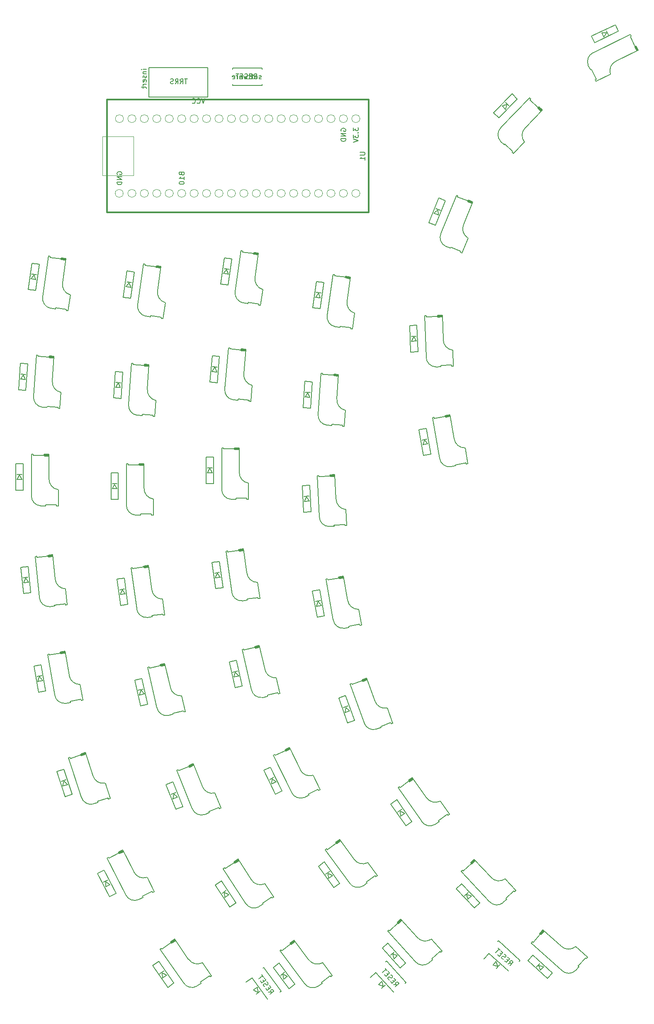
<source format=gbr>
G04 #@! TF.GenerationSoftware,KiCad,Pcbnew,(5.1.5)-3*
G04 #@! TF.CreationDate,2020-03-14T16:45:00+09:00*
G04 #@! TF.ProjectId,fan,66616e2e-6b69-4636-9164-5f7063625858,v1.0*
G04 #@! TF.SameCoordinates,Original*
G04 #@! TF.FileFunction,Legend,Bot*
G04 #@! TF.FilePolarity,Positive*
%FSLAX46Y46*%
G04 Gerber Fmt 4.6, Leading zero omitted, Abs format (unit mm)*
G04 Created by KiCad (PCBNEW (5.1.5)-3) date 2020-03-14 16:45:00*
%MOMM*%
%LPD*%
G04 APERTURE LIST*
%ADD10C,0.150000*%
%ADD11C,0.400000*%
%ADD12C,0.304800*%
%ADD13C,0.120000*%
%ADD14C,0.100000*%
G04 APERTURE END LIST*
D10*
X55385000Y-47478000D02*
X55385000Y-41478000D01*
X55385000Y-41478000D02*
X67385000Y-41478000D01*
X67385000Y-47478000D02*
X55385000Y-47478000D01*
X67385000Y-41478000D02*
X67385000Y-47478000D01*
X109447460Y-96437690D02*
X109978565Y-97319692D01*
X109978565Y-97319692D02*
X108979174Y-97354592D01*
X110305191Y-99509627D02*
X110116734Y-94112917D01*
X108806105Y-99561976D02*
X110305191Y-99509627D01*
X108617648Y-94165266D02*
X108806105Y-99561976D01*
X109943665Y-96320301D02*
X108944274Y-96355201D01*
X110116734Y-94112917D02*
X108617648Y-94165266D01*
X108979174Y-97354592D02*
X109447460Y-96437690D01*
D11*
X114404755Y-92262139D02*
X115104329Y-92237710D01*
D10*
X112049207Y-92144275D02*
X111699420Y-92156490D01*
X113964708Y-102583784D02*
G75*
G02X111992576Y-100551374I30139J2002271D01*
G01*
X117426458Y-99177215D02*
G75*
G02X115471724Y-97027806I216213J2160181D01*
G01*
X111699420Y-92156490D02*
X111992576Y-100551374D01*
X115471724Y-97027806D02*
X115297227Y-92030852D01*
X117562514Y-102458146D02*
X117448044Y-99180144D01*
X113964707Y-102583785D02*
X114964098Y-102548885D01*
X117562514Y-102458146D02*
X117202733Y-102470710D01*
X117195754Y-102270832D02*
X117202733Y-102470710D01*
X114956071Y-102319025D02*
X117194707Y-102240850D01*
X114964098Y-102548885D02*
X114957118Y-102349007D01*
X112056187Y-92344153D02*
X112049207Y-92144275D01*
X114305514Y-92285617D02*
X112056885Y-92364141D01*
X114297836Y-92065751D02*
X114304816Y-92265629D01*
X115297227Y-92030852D02*
X114297836Y-92065751D01*
X148867112Y-34416860D02*
X148277383Y-35260791D01*
X148277383Y-35260791D02*
X147839012Y-34361997D01*
X146409629Y-36449906D02*
X151263117Y-34082702D01*
X145752072Y-35101715D02*
X146409629Y-36449906D01*
X150605560Y-32734511D02*
X145752072Y-35101715D01*
X149176177Y-34822420D02*
X148737806Y-33923626D01*
X151263117Y-34082702D02*
X150605560Y-32734511D01*
X147839012Y-34361997D02*
X148867112Y-34416860D01*
D11*
X154697981Y-37247225D02*
X155004841Y-37876381D01*
D10*
X153847568Y-35047385D02*
X153694138Y-34732807D01*
X145089706Y-41043414D02*
G75*
G02X146144267Y-38415125I1841425J786864D01*
G01*
X149609783Y-42820303D02*
G75*
G02X150778304Y-40160321I2061365J681104D01*
G01*
X153694138Y-34732807D02*
X146144267Y-38415125D01*
X150778304Y-40160321D02*
X155272274Y-37968466D01*
X146667842Y-44279071D02*
X149615886Y-42841214D01*
X145089706Y-41043413D02*
X145528077Y-41942207D01*
X146667842Y-44279071D02*
X146510028Y-43955505D01*
X146689787Y-43867831D02*
X146510028Y-43955505D01*
X145734800Y-41841381D02*
X146716751Y-43854680D01*
X145528077Y-41942207D02*
X145707836Y-41854533D01*
X153667809Y-35135059D02*
X153847568Y-35047385D01*
X154636168Y-37166113D02*
X153649833Y-35143827D01*
X154833903Y-37069672D02*
X154654144Y-37157346D01*
X155272274Y-37968466D02*
X154833903Y-37069672D01*
X28995937Y-124647352D02*
X29495937Y-125547352D01*
X29495937Y-125547352D02*
X28495937Y-125547352D01*
X29745937Y-127747352D02*
X29745937Y-122347352D01*
X28245937Y-127747352D02*
X29745937Y-127747352D01*
X28245937Y-122347352D02*
X28245937Y-127747352D01*
X29495937Y-124547352D02*
X28495937Y-124547352D01*
X29745937Y-122347352D02*
X28245937Y-122347352D01*
X28495937Y-125547352D02*
X28995937Y-124647352D01*
D11*
X34095937Y-120647352D02*
X34795937Y-120647352D01*
D10*
X31745937Y-120447352D02*
X31395937Y-120447352D01*
X33295938Y-130947352D02*
G75*
G02X31395937Y-128847353I99999J2000000D01*
G01*
X36874466Y-127663670D02*
G75*
G02X34995937Y-125447352I291471J2151318D01*
G01*
X31395937Y-120447352D02*
X31395937Y-128847353D01*
X34995937Y-125447352D02*
X34995937Y-120447352D01*
X36895937Y-130947352D02*
X36895937Y-127667352D01*
X33295937Y-130947352D02*
X34295937Y-130947352D01*
X36895937Y-130947352D02*
X36535937Y-130947352D01*
X36535937Y-130747352D02*
X36535937Y-130947352D01*
X34295937Y-130717352D02*
X36535937Y-130717352D01*
X34295937Y-130947352D02*
X34295937Y-130747352D01*
X31745937Y-120647352D02*
X31745937Y-120447352D01*
X33995937Y-120667352D02*
X31745937Y-120667352D01*
X33995937Y-120447352D02*
X33995937Y-120647352D01*
X34995937Y-120447352D02*
X33995937Y-120447352D01*
X114368122Y-70533017D02*
X114494568Y-71554786D01*
X114494568Y-71554786D02*
X113567384Y-71180179D01*
X113902229Y-73688242D02*
X115925105Y-68681449D01*
X112511454Y-73126332D02*
X113902229Y-73688242D01*
X114534329Y-68119539D02*
X112511454Y-73126332D01*
X114869175Y-70627602D02*
X113941991Y-70252995D01*
X115925105Y-68681449D02*
X114534329Y-68119539D01*
X113567384Y-71180179D02*
X114368122Y-70533017D01*
D11*
X120595186Y-68734775D02*
X121244215Y-68997000D01*
D10*
X118491225Y-67669013D02*
X118166711Y-67537901D01*
X115994992Y-77985085D02*
G75*
G02X115020015Y-75326246I841931J1816908D01*
G01*
X120543034Y-76281047D02*
G75*
G02X119631540Y-73522404I1076145J1885480D01*
G01*
X118166711Y-67537901D02*
X115020015Y-75326246D01*
X119631540Y-73522404D02*
X121504573Y-68886484D01*
X119332853Y-79333667D02*
X120561562Y-76292504D01*
X115994991Y-77985084D02*
X116922175Y-78359690D01*
X119332853Y-79333667D02*
X118999067Y-79198809D01*
X119073988Y-79013372D02*
X118999067Y-79198809D01*
X117008334Y-78146438D02*
X119085226Y-78985557D01*
X116922175Y-78359690D02*
X116997096Y-78174254D01*
X118416304Y-67854450D02*
X118491225Y-67669013D01*
X120494975Y-68715858D02*
X118408812Y-67872994D01*
X120577389Y-68511878D02*
X120502468Y-68697315D01*
X121504573Y-68886484D02*
X120577389Y-68511878D01*
X67847930Y-123312349D02*
X68347930Y-124212349D01*
X68347930Y-124212349D02*
X67347930Y-124212349D01*
X68597930Y-126412349D02*
X68597930Y-121012349D01*
X67097930Y-126412349D02*
X68597930Y-126412349D01*
X67097930Y-121012349D02*
X67097930Y-126412349D01*
X68347930Y-123212349D02*
X67347930Y-123212349D01*
X68597930Y-121012349D02*
X67097930Y-121012349D01*
X67347930Y-124212349D02*
X67847930Y-123312349D01*
D11*
X72947930Y-119312349D02*
X73647930Y-119312349D01*
D10*
X70597930Y-119112349D02*
X70247930Y-119112349D01*
X72147931Y-129612349D02*
G75*
G02X70247930Y-127512350I99999J2000000D01*
G01*
X75726459Y-126328667D02*
G75*
G02X73847930Y-124112349I291471J2151318D01*
G01*
X70247930Y-119112349D02*
X70247930Y-127512350D01*
X73847930Y-124112349D02*
X73847930Y-119112349D01*
X75747930Y-129612349D02*
X75747930Y-126332349D01*
X72147930Y-129612349D02*
X73147930Y-129612349D01*
X75747930Y-129612349D02*
X75387930Y-129612349D01*
X75387930Y-129412349D02*
X75387930Y-129612349D01*
X73147930Y-129382349D02*
X75387930Y-129382349D01*
X73147930Y-129612349D02*
X73147930Y-129412349D01*
X70597930Y-119312349D02*
X70597930Y-119112349D01*
X72847930Y-119332349D02*
X70597930Y-119332349D01*
X72847930Y-119112349D02*
X72847930Y-119312349D01*
X73847930Y-119112349D02*
X72847930Y-119112349D01*
X48395935Y-126547351D02*
X48895935Y-127447351D01*
X48895935Y-127447351D02*
X47895935Y-127447351D01*
X49145935Y-129647351D02*
X49145935Y-124247351D01*
X47645935Y-129647351D02*
X49145935Y-129647351D01*
X47645935Y-124247351D02*
X47645935Y-129647351D01*
X48895935Y-126447351D02*
X47895935Y-126447351D01*
X49145935Y-124247351D02*
X47645935Y-124247351D01*
X47895935Y-127447351D02*
X48395935Y-126547351D01*
D11*
X53495935Y-122547351D02*
X54195935Y-122547351D01*
D10*
X51145935Y-122347351D02*
X50795935Y-122347351D01*
X52695936Y-132847351D02*
G75*
G02X50795935Y-130747352I99999J2000000D01*
G01*
X56274464Y-129563669D02*
G75*
G02X54395935Y-127347351I291471J2151318D01*
G01*
X50795935Y-122347351D02*
X50795935Y-130747352D01*
X54395935Y-127347351D02*
X54395935Y-122347351D01*
X56295935Y-132847351D02*
X56295935Y-129567351D01*
X52695935Y-132847351D02*
X53695935Y-132847351D01*
X56295935Y-132847351D02*
X55935935Y-132847351D01*
X55935935Y-132647351D02*
X55935935Y-132847351D01*
X53695935Y-132617351D02*
X55935935Y-132617351D01*
X53695935Y-132847351D02*
X53695935Y-132647351D01*
X51145935Y-122547351D02*
X51145935Y-122347351D01*
X53395935Y-122567351D02*
X51145935Y-122567351D01*
X53395935Y-122347351D02*
X53395935Y-122547351D01*
X54395935Y-122347351D02*
X53395935Y-122347351D01*
X68865043Y-102664471D02*
X69284700Y-103604625D01*
X69284700Y-103604625D02*
X68288505Y-103517469D01*
X69342006Y-105818042D02*
X69812647Y-100438590D01*
X67847714Y-105687308D02*
X69342006Y-105818042D01*
X68318355Y-100307857D02*
X67847714Y-105687308D01*
X69371856Y-102608430D02*
X68375661Y-102521274D01*
X69812647Y-100438590D02*
X68318355Y-100307857D01*
X68288505Y-103517469D02*
X68865043Y-102664471D01*
D11*
X74294259Y-99124187D02*
X74991595Y-99185196D01*
D10*
X71970633Y-98720132D02*
X71621964Y-98689627D01*
X72599600Y-109315268D02*
G75*
G02X70889856Y-107057664I273930J1983674D01*
G01*
X76450703Y-106355970D02*
G75*
G02X74772487Y-103984362I477861J2117728D01*
G01*
X71621964Y-98689627D02*
X70889856Y-107057664D01*
X74772487Y-103984362D02*
X75208265Y-99003388D01*
X76185900Y-109629028D02*
X76471771Y-106361510D01*
X72599599Y-109315268D02*
X73595794Y-109402423D01*
X76185900Y-109629028D02*
X75827270Y-109597652D01*
X75844701Y-109398413D02*
X75827270Y-109597652D01*
X73615840Y-109173299D02*
X75847316Y-109368528D01*
X73595794Y-109402423D02*
X73613225Y-109203185D01*
X71953201Y-98919371D02*
X71970633Y-98720132D01*
X74192896Y-99135395D02*
X71951458Y-98939295D01*
X74212071Y-98916232D02*
X74194639Y-99115471D01*
X75208265Y-99003388D02*
X74212071Y-98916232D01*
X134959153Y-224782230D02*
X135962548Y-225012875D01*
X135962548Y-225012875D02*
X135293418Y-225756020D01*
X137764750Y-226299176D02*
X133751767Y-222685871D01*
X136761054Y-227413894D02*
X137764750Y-226299176D01*
X132748072Y-223800588D02*
X136761054Y-227413894D01*
X135219403Y-224343745D02*
X134550273Y-225086890D01*
X133751767Y-222685871D02*
X132748072Y-223800588D01*
X135293418Y-225756020D02*
X134959153Y-224782230D01*
D11*
X135399139Y-218315669D02*
X135867531Y-217795468D01*
D10*
X133678054Y-219928233D02*
X133443858Y-220188334D01*
X142518227Y-225802230D02*
G75*
G02X139686275Y-225809032I-1419377J1412575D01*
G01*
X142472479Y-220945653D02*
G75*
G02X139568452Y-220858666I-1403709J1656118D01*
G01*
X133443858Y-220188334D02*
X139686275Y-225809032D01*
X139568452Y-220858666D02*
X135852728Y-217513013D01*
X144927097Y-223126909D02*
X142489582Y-220932160D01*
X142518227Y-225802230D02*
X143187357Y-225059085D01*
X144927097Y-223126909D02*
X144686210Y-223394441D01*
X144537581Y-223260615D02*
X144686210Y-223394441D01*
X143016434Y-224905185D02*
X144515286Y-223240541D01*
X143187357Y-225059085D02*
X143038728Y-224925259D01*
X133826682Y-220062059D02*
X133678054Y-219928233D01*
X135347089Y-218403366D02*
X133841545Y-220075442D01*
X135183597Y-218256158D02*
X135332226Y-218389984D01*
X135852728Y-217513013D02*
X135183597Y-218256158D01*
X128471742Y-49025688D02*
X128206220Y-50020423D01*
X128206220Y-50020423D02*
X127486880Y-49325764D01*
X126857806Y-51776635D02*
X130608961Y-47892200D01*
X125778796Y-50734647D02*
X126857806Y-51776635D01*
X129529952Y-46850212D02*
X125778796Y-50734647D01*
X128900878Y-49301083D02*
X128181538Y-48606425D01*
X130608961Y-47892200D02*
X129529952Y-46850212D01*
X127486880Y-49325764D02*
X128471742Y-49025688D01*
D11*
X134919009Y-49691086D02*
X135422546Y-50177347D01*
D10*
X133367492Y-47914771D02*
X133115723Y-47671641D01*
X127188556Y-56544560D02*
G75*
G02X127280592Y-53714096I1461250J1369214D01*
G01*
X132043771Y-56668333D02*
G75*
G02X132232054Y-53769110I1704098J1345057D01*
G01*
X133115723Y-47671641D02*
X127280592Y-53714096D01*
X132232054Y-53769110D02*
X135705346Y-50172411D01*
X129778179Y-59045330D02*
X132056658Y-56685895D01*
X127188556Y-56544559D02*
X127907895Y-57239218D01*
X129778179Y-59045330D02*
X129519217Y-58795253D01*
X129658148Y-58651385D02*
X129519217Y-58795253D01*
X128067667Y-57073770D02*
X129678988Y-58629804D01*
X127907895Y-57239218D02*
X128046827Y-57095350D01*
X133228560Y-48058639D02*
X133367492Y-47914771D01*
X134833181Y-49636007D02*
X133214667Y-48073026D01*
X134986006Y-49477752D02*
X134847075Y-49621620D01*
X135705346Y-50172411D02*
X134986006Y-49477752D01*
X29745760Y-104220517D02*
X30181761Y-105153203D01*
X30181761Y-105153203D02*
X29184197Y-105083447D01*
X30277688Y-107365283D02*
X30654373Y-101978437D01*
X28781342Y-107260648D02*
X30277688Y-107365283D01*
X29158027Y-101873802D02*
X28781342Y-107260648D01*
X30251518Y-104155639D02*
X29253954Y-104085882D01*
X30654373Y-101978437D02*
X29158027Y-101873802D01*
X29184197Y-105083447D02*
X29745760Y-104220517D01*
D11*
X35112363Y-100586019D02*
X35810658Y-100634848D01*
D10*
X32782038Y-100222578D02*
X32432891Y-100198164D01*
X33595821Y-110805123D02*
G75*
G02X31846937Y-108577703I239268J1988152D01*
G01*
X37394690Y-107779065D02*
G75*
G02X35675339Y-105437107I440829J2125745D01*
G01*
X32432891Y-100198164D02*
X31846937Y-108577703D01*
X35675339Y-105437107D02*
X36024122Y-100449287D01*
X37187050Y-111056247D02*
X37415852Y-107784237D01*
X33595820Y-110805123D02*
X34593384Y-110874880D01*
X37187050Y-111056247D02*
X36827927Y-111031134D01*
X36841879Y-110831622D02*
X36827927Y-111031134D01*
X34609428Y-110645440D02*
X36843971Y-110801695D01*
X34593384Y-110874880D02*
X34607335Y-110675367D01*
X32768087Y-100422091D02*
X32782038Y-100222578D01*
X35011211Y-100598995D02*
X32766692Y-100442042D01*
X35026558Y-100379530D02*
X35012606Y-100579043D01*
X36024122Y-100449287D02*
X35026558Y-100379530D01*
X71239192Y-82698686D02*
X71609070Y-83659514D01*
X71609070Y-83659514D02*
X70618802Y-83520341D01*
X71550456Y-85872897D02*
X72301991Y-80525449D01*
X70065054Y-85664137D02*
X71550456Y-85872897D01*
X70816589Y-80316689D02*
X70065054Y-85664137D01*
X71748243Y-82669246D02*
X70757975Y-82530073D01*
X72301991Y-80525449D02*
X70816589Y-80316689D01*
X70618802Y-83520341D02*
X71239192Y-82698686D01*
D11*
X76846251Y-79447396D02*
X77539439Y-79544818D01*
D10*
X74546956Y-78922286D02*
X74200362Y-78873575D01*
X74620555Y-89535819D02*
G75*
G02X73031308Y-87191828I377372J1966619D01*
G01*
X78621257Y-86782129D02*
G75*
G02X77069462Y-84325939I588040J2089817D01*
G01*
X74200362Y-78873575D02*
X73031308Y-87191828D01*
X77069462Y-84325939D02*
X77765327Y-79374599D01*
X78185519Y-90036842D02*
X78642007Y-86788763D01*
X74620554Y-89535819D02*
X75610822Y-89674992D01*
X78185519Y-90036842D02*
X77829022Y-89986740D01*
X77856857Y-89788686D02*
X77829022Y-89986740D01*
X75642832Y-89447230D02*
X77861032Y-89758978D01*
X75610822Y-89674992D02*
X75638656Y-89476939D01*
X74519121Y-79120340D02*
X74546956Y-78922286D01*
X76744441Y-79453284D02*
X74516338Y-79140145D01*
X76775059Y-79235425D02*
X76747224Y-79433479D01*
X77765327Y-79374599D02*
X76775059Y-79235425D01*
X90020195Y-87538686D02*
X90390073Y-88499514D01*
X90390073Y-88499514D02*
X89399805Y-88360341D01*
X90331459Y-90712897D02*
X91082994Y-85365449D01*
X88846057Y-90504137D02*
X90331459Y-90712897D01*
X89597592Y-85156689D02*
X88846057Y-90504137D01*
X90529246Y-87509246D02*
X89538978Y-87370073D01*
X91082994Y-85365449D02*
X89597592Y-85156689D01*
X89399805Y-88360341D02*
X90020195Y-87538686D01*
D11*
X95627254Y-84287396D02*
X96320442Y-84384818D01*
D10*
X93327959Y-83762286D02*
X92981365Y-83713575D01*
X93401558Y-94375819D02*
G75*
G02X91812311Y-92031828I377372J1966619D01*
G01*
X97402260Y-91622129D02*
G75*
G02X95850465Y-89165939I588040J2089817D01*
G01*
X92981365Y-83713575D02*
X91812311Y-92031828D01*
X95850465Y-89165939D02*
X96546330Y-84214599D01*
X96966522Y-94876842D02*
X97423010Y-91628763D01*
X93401557Y-94375819D02*
X94391825Y-94514992D01*
X96966522Y-94876842D02*
X96610025Y-94826740D01*
X96637860Y-94628686D02*
X96610025Y-94826740D01*
X94423835Y-94287230D02*
X96642035Y-94598978D01*
X94391825Y-94514992D02*
X94419659Y-94316939D01*
X93300124Y-83960340D02*
X93327959Y-83762286D01*
X95525444Y-84293284D02*
X93297341Y-83980145D01*
X95556062Y-84075425D02*
X95528227Y-84273479D01*
X96546330Y-84214599D02*
X95556062Y-84075425D01*
X51339191Y-85398687D02*
X51709069Y-86359515D01*
X51709069Y-86359515D02*
X50718801Y-86220342D01*
X51650455Y-88572898D02*
X52401990Y-83225450D01*
X50165053Y-88364138D02*
X51650455Y-88572898D01*
X50916588Y-83016690D02*
X50165053Y-88364138D01*
X51848242Y-85369247D02*
X50857974Y-85230074D01*
X52401990Y-83225450D02*
X50916588Y-83016690D01*
X50718801Y-86220342D02*
X51339191Y-85398687D01*
D11*
X56946250Y-82147397D02*
X57639438Y-82244819D01*
D10*
X54646955Y-81622287D02*
X54300361Y-81573576D01*
X54720554Y-92235820D02*
G75*
G02X53131307Y-89891829I377372J1966619D01*
G01*
X58721256Y-89482130D02*
G75*
G02X57169461Y-87025940I588040J2089817D01*
G01*
X54300361Y-81573576D02*
X53131307Y-89891829D01*
X57169461Y-87025940D02*
X57865326Y-82074600D01*
X58285518Y-92736843D02*
X58742006Y-89488764D01*
X54720553Y-92235820D02*
X55710821Y-92374993D01*
X58285518Y-92736843D02*
X57929021Y-92686741D01*
X57956856Y-92488687D02*
X57929021Y-92686741D01*
X55742831Y-92147231D02*
X57961031Y-92458979D01*
X55710821Y-92374993D02*
X55738655Y-92176940D01*
X54619120Y-81820341D02*
X54646955Y-81622287D01*
X56844440Y-82153285D02*
X54616337Y-81840146D01*
X56875058Y-81935426D02*
X56847223Y-82133480D01*
X57865326Y-82074600D02*
X56875058Y-81935426D01*
X38012820Y-187148082D02*
X38766463Y-187849525D01*
X38766463Y-187849525D02*
X37815407Y-188158542D01*
X39684065Y-189864595D02*
X38015373Y-184728890D01*
X38257480Y-190328120D02*
X39684065Y-189864595D01*
X36588788Y-185192415D02*
X38257480Y-190328120D01*
X38457446Y-186898468D02*
X37506390Y-187207485D01*
X38015373Y-184728890D02*
X36588788Y-185192415D01*
X37815407Y-188158542D02*
X38012820Y-187148082D01*
D11*
X41627140Y-181767870D02*
X42292879Y-181551558D01*
D10*
X39330354Y-182303848D02*
X38997484Y-182412004D01*
X44049170Y-191810965D02*
G75*
G02X41593227Y-190400880I-522929J1933014D01*
G01*
X46437841Y-187582172D02*
G75*
G02X43966372Y-186054826I-387590J2136095D01*
G01*
X38997484Y-182412004D02*
X41593227Y-190400880D01*
X43966372Y-186054826D02*
X42421287Y-181299543D01*
X47472973Y-190698504D02*
X46459397Y-187579039D01*
X44049170Y-191810965D02*
X45000226Y-191501948D01*
X47472973Y-190698504D02*
X47130593Y-190809750D01*
X47068789Y-190619539D02*
X47130593Y-190809750D01*
X44929152Y-191283205D02*
X47059519Y-190591007D01*
X45000226Y-191501948D02*
X44938423Y-191311737D01*
X39392157Y-182494060D02*
X39330354Y-182303848D01*
X41538214Y-181817792D02*
X39398337Y-182513081D01*
X41470231Y-181608560D02*
X41532034Y-181798771D01*
X42421287Y-181299543D02*
X41470231Y-181608560D01*
X120277649Y-210290859D02*
X121257125Y-210608078D01*
X121257125Y-210608078D02*
X120525771Y-211290076D01*
X122940360Y-212046556D02*
X119257568Y-208097246D01*
X121843329Y-213069554D02*
X122940360Y-212046556D01*
X118160538Y-209120244D02*
X121843329Y-213069554D01*
X120575126Y-209876724D02*
X119843773Y-210558723D01*
X119257568Y-208097246D02*
X118160538Y-209120244D01*
X120525771Y-211290076D02*
X120277649Y-210290859D01*
D11*
X121279560Y-203887252D02*
X121791507Y-203409853D01*
D10*
X119424479Y-205343678D02*
X119168505Y-205582377D01*
X127719061Y-211965794D02*
G75*
G02X124897292Y-211725749I-1290862J1530907D01*
G01*
X128096766Y-207123711D02*
G75*
G02X125211370Y-206783952I-1254028J1772158D01*
G01*
X119168505Y-205582377D02*
X124897292Y-211725749D01*
X125211370Y-206783952D02*
X121801378Y-203127183D01*
X130351933Y-209510600D02*
X128114979Y-207111760D01*
X127719060Y-211965794D02*
X128450414Y-211283796D01*
X130351933Y-209510600D02*
X130088646Y-209756119D01*
X129952246Y-209609849D02*
X130088646Y-209756119D01*
X128293554Y-211115584D02*
X129931786Y-209587908D01*
X128450414Y-211283796D02*
X128314014Y-211137525D01*
X119560879Y-205489948D02*
X119424479Y-205343678D01*
X121220064Y-203970079D02*
X119574519Y-205504576D01*
X121070025Y-203809181D02*
X121206424Y-203955452D01*
X121801378Y-203127183D02*
X121070025Y-203809181D01*
X106682135Y-193287879D02*
X107607930Y-193738328D01*
X107607930Y-193738328D02*
X106788778Y-194311904D01*
X109074586Y-195397068D02*
X105977273Y-190973647D01*
X107845858Y-196257433D02*
X109074586Y-195397068D01*
X104748545Y-191834012D02*
X107845858Y-196257433D01*
X107034353Y-192919176D02*
X106215201Y-193492752D01*
X105977273Y-190973647D02*
X104748545Y-191834012D01*
X106788778Y-194311904D02*
X106682135Y-193287879D01*
D11*
X108565505Y-187086031D02*
X109138911Y-186684528D01*
D10*
X106525782Y-188270105D02*
X106239079Y-188470857D01*
X113818021Y-195982158D02*
G75*
G02X111057122Y-195351735I-1065238J1695661D01*
G01*
X114865938Y-191239764D02*
G75*
G02X112055908Y-190501742I-995187J1929438D01*
G01*
X106239079Y-188470857D02*
X111057122Y-195351735D01*
X112055908Y-190501742D02*
X109188026Y-186405982D01*
X116766968Y-193917283D02*
X114885637Y-191230464D01*
X113818020Y-195982158D02*
X114637172Y-195408582D01*
X116766968Y-193917283D02*
X116472073Y-194123771D01*
X116357358Y-193959940D02*
X116472073Y-194123771D01*
X114505250Y-195220177D02*
X116340150Y-193935366D01*
X114637172Y-195408582D02*
X114522457Y-195244751D01*
X106640497Y-188433936D02*
X106525782Y-188270105D01*
X108495061Y-187159772D02*
X106651969Y-188450319D01*
X108368874Y-186979558D02*
X108483590Y-187143389D01*
X109188026Y-186405982D02*
X108368874Y-186979558D01*
X69338856Y-144700802D02*
X69959246Y-145522456D01*
X69959246Y-145522456D02*
X68968978Y-145661629D01*
X70512994Y-147666253D02*
X69761459Y-142318805D01*
X69027592Y-147875013D02*
X70512994Y-147666253D01*
X68276057Y-142527565D02*
X69027592Y-147875013D01*
X69820073Y-144532188D02*
X68829805Y-144671361D01*
X69761459Y-142318805D02*
X68276057Y-142527565D01*
X68968978Y-145661629D02*
X69338856Y-144700802D01*
D11*
X73832531Y-140029947D02*
X74525719Y-139932525D01*
D10*
X71477566Y-140158950D02*
X71130972Y-140207660D01*
X74473800Y-150341046D02*
G75*
G02X72300027Y-148525913I-179320J1994453D01*
G01*
X77560503Y-146591285D02*
G75*
G02X75391803Y-144657978I-10772J2170946D01*
G01*
X71130972Y-140207660D02*
X72300027Y-148525913D01*
X75391803Y-144657978D02*
X74695938Y-139706637D01*
X78038764Y-149840023D02*
X77582277Y-146591944D01*
X74473799Y-150341046D02*
X75464067Y-150201873D01*
X78038764Y-149840023D02*
X77682268Y-149890125D01*
X77654433Y-149692072D02*
X77682268Y-149890125D01*
X75432058Y-149974111D02*
X77650258Y-149662364D01*
X75464067Y-150201873D02*
X75436233Y-150003819D01*
X71505401Y-140357003D02*
X71477566Y-140158950D01*
X73736288Y-140063669D02*
X71508184Y-140376809D01*
X73705669Y-139845810D02*
X73733504Y-140043864D01*
X74695938Y-139706637D02*
X73705669Y-139845810D01*
X80506443Y-186697174D02*
X81350374Y-187286903D01*
X81350374Y-187286903D02*
X80451580Y-187725274D01*
X82539489Y-189154657D02*
X80172285Y-184301169D01*
X81191298Y-189812214D02*
X82539489Y-189154657D01*
X78824094Y-184958726D02*
X81191298Y-189812214D01*
X80912003Y-186388109D02*
X80013209Y-186826480D01*
X80172285Y-184301169D02*
X78824094Y-184958726D01*
X80451580Y-187725274D02*
X80506443Y-186697174D01*
D11*
X83336808Y-180866305D02*
X83965964Y-180559445D01*
D10*
X81136968Y-181716718D02*
X80822390Y-181870148D01*
X87132997Y-190474580D02*
G75*
G02X84504708Y-189420019I-786864J1841425D01*
G01*
X88909886Y-185954503D02*
G75*
G02X86249904Y-184785982I-681104J2061365D01*
G01*
X80822390Y-181870148D02*
X84504708Y-189420019D01*
X86249904Y-184785982D02*
X84058049Y-180292012D01*
X90368654Y-188896444D02*
X88930797Y-185948400D01*
X87132996Y-190474580D02*
X88031790Y-190036209D01*
X90368654Y-188896444D02*
X90045088Y-189054258D01*
X89957414Y-188874499D02*
X90045088Y-189054258D01*
X87930964Y-189829486D02*
X89944263Y-188847535D01*
X88031790Y-190036209D02*
X87944116Y-189856450D01*
X81224642Y-181896477D02*
X81136968Y-181716718D01*
X83255696Y-180928118D02*
X81233410Y-181914453D01*
X83159255Y-180730383D02*
X83246929Y-180910142D01*
X84058049Y-180292012D02*
X83159255Y-180730383D01*
X46595283Y-207676863D02*
X47449378Y-208251774D01*
X47449378Y-208251774D02*
X46558371Y-208705764D01*
X48670909Y-210098490D02*
X46219360Y-205287055D01*
X47334399Y-210779476D02*
X48670909Y-210098490D01*
X44882850Y-205968041D02*
X47334399Y-210779476D01*
X46995387Y-207360767D02*
X46104381Y-207814757D01*
X46219360Y-205287055D02*
X44882850Y-205968041D01*
X46558371Y-208705764D02*
X46595283Y-207676863D01*
D11*
X49323454Y-201797485D02*
X49947159Y-201479692D01*
D10*
X47138791Y-202686162D02*
X46826939Y-202845058D01*
X53286752Y-211338045D02*
G75*
G02X50640459Y-210329514I-818881J1827412D01*
G01*
X54984484Y-206787644D02*
G75*
G02X52304515Y-205665725I-716976J2049163D01*
G01*
X46826939Y-202845058D02*
X50640459Y-210329514D01*
X52304515Y-205665725D02*
X50034562Y-201210692D01*
X56494375Y-209703679D02*
X55005286Y-206781178D01*
X53286751Y-211338045D02*
X54177758Y-210884054D01*
X56494375Y-209703679D02*
X56173612Y-209867116D01*
X56082814Y-209688914D02*
X56173612Y-209867116D01*
X54073340Y-210679123D02*
X56069195Y-209662184D01*
X54177758Y-210884054D02*
X54086960Y-210705853D01*
X47229589Y-202864363D02*
X47138791Y-202686162D01*
X49243434Y-201860704D02*
X47238669Y-202882183D01*
X49143556Y-201664683D02*
X49234354Y-201842884D01*
X50034562Y-201210692D02*
X49143556Y-201664683D01*
X73035627Y-164898162D02*
X73725268Y-165662620D01*
X73725268Y-165662620D02*
X72750898Y-165887571D01*
X74463753Y-167749996D02*
X73249017Y-162488398D01*
X73002198Y-168087423D02*
X74463753Y-167749996D01*
X71787462Y-162825825D02*
X73002198Y-168087423D01*
X73500317Y-164688250D02*
X72525947Y-164913201D01*
X73249017Y-162488398D02*
X71787462Y-162825825D01*
X72750898Y-165887571D02*
X73035627Y-164898162D01*
D11*
X77105110Y-159853432D02*
X77787169Y-159695966D01*
D10*
X74770350Y-160187193D02*
X74429321Y-160265926D01*
X78642611Y-170069404D02*
G75*
G02X76318910Y-168450635I-352466J1971235D01*
G01*
X81390754Y-166064888D02*
G75*
G02X79061808Y-164327952I-199941J2161746D01*
G01*
X74429321Y-160265926D02*
X76318910Y-168450635D01*
X79061808Y-164327952D02*
X77937053Y-159456102D01*
X82150342Y-169259581D02*
X81412503Y-166063647D01*
X78642610Y-170069404D02*
X79616980Y-169844453D01*
X82150342Y-169259581D02*
X81799569Y-169340563D01*
X81754579Y-169145689D02*
X81799569Y-169340563D01*
X79565241Y-169620348D02*
X81747830Y-169116458D01*
X79616980Y-169844453D02*
X79571990Y-169649579D01*
X74815340Y-160382067D02*
X74770350Y-160187193D01*
X77012172Y-159895414D02*
X74819839Y-160401554D01*
X76962683Y-159681053D02*
X77007673Y-159875927D01*
X77937053Y-159456102D02*
X76962683Y-159681053D01*
X70811043Y-209860634D02*
X71720554Y-210343118D01*
X71720554Y-210343118D02*
X70881883Y-210887757D01*
X73128427Y-212052034D02*
X70187376Y-207523213D01*
X71870421Y-212868992D02*
X73128427Y-212052034D01*
X68929371Y-208340171D02*
X71870421Y-212868992D01*
X71175915Y-209504448D02*
X70337244Y-210049087D01*
X70187376Y-207523213D02*
X68929371Y-208340171D01*
X70881883Y-210887757D02*
X70811043Y-209860634D01*
D11*
X72909707Y-203728293D02*
X73496776Y-203347045D01*
D10*
X70829903Y-204840460D02*
X70536369Y-205031084D01*
X77848554Y-212802311D02*
G75*
G02X75111337Y-212075918I-1005412J1731805D01*
G01*
X79061339Y-208099377D02*
G75*
G02X76278778Y-207263736I-927244J1962994D01*
G01*
X70536369Y-205031084D02*
X75111337Y-212075918D01*
X76278778Y-207263736D02*
X73555583Y-203070383D01*
X80867767Y-210841610D02*
X79081351Y-208090771D01*
X77848553Y-212802311D02*
X78687223Y-212257672D01*
X80867767Y-210841610D02*
X80565845Y-211037680D01*
X80456917Y-210869946D02*
X80565845Y-211037680D01*
X78561956Y-212064778D02*
X80440578Y-210844786D01*
X78687223Y-212257672D02*
X78578295Y-212089938D01*
X70938831Y-205008194D02*
X70829903Y-204840460D01*
X72836733Y-203799530D02*
X70949724Y-205024968D01*
X72716912Y-203615023D02*
X72825840Y-203782757D01*
X73555583Y-203070383D02*
X72716912Y-203615023D01*
X105156978Y-222459268D02*
X106130768Y-222793533D01*
X106130768Y-222793533D02*
X105387623Y-223462663D01*
X107788642Y-224261169D02*
X104175337Y-220248186D01*
X106673925Y-225264864D02*
X107788642Y-224261169D01*
X103060619Y-221251882D02*
X106673925Y-225264864D01*
X105461638Y-222050388D02*
X104718493Y-222719518D01*
X104175337Y-220248186D02*
X103060619Y-221251882D01*
X105387623Y-223462663D02*
X105156978Y-222459268D01*
D11*
X106270495Y-216074122D02*
X106790696Y-215605731D01*
D10*
X104390278Y-217497950D02*
X104130177Y-217732146D01*
X112568024Y-224263818D02*
G75*
G02X109750875Y-223974563I-1263947J1553202D01*
G01*
X113030178Y-219429064D02*
G75*
G02X110151152Y-219039000I-1222908J1793773D01*
G01*
X104130177Y-217732146D02*
X109750875Y-223974563D01*
X110151152Y-219039000D02*
X106805499Y-215323276D01*
X115243345Y-221854948D02*
X113048597Y-219417433D01*
X112568024Y-224263818D02*
X113311169Y-223594688D01*
X115243345Y-221854948D02*
X114975813Y-222095835D01*
X114841987Y-221947206D02*
X114975813Y-222095835D01*
X113157269Y-223423764D02*
X114821913Y-221924912D01*
X113311169Y-223594688D02*
X113177343Y-223446059D01*
X104524104Y-217646579D02*
X104390278Y-217497950D01*
X106209563Y-216155898D02*
X104537487Y-217661442D01*
X106062354Y-215992406D02*
X106196180Y-216141035D01*
X106805499Y-215323276D02*
X106062354Y-215992406D01*
X49927852Y-148103802D02*
X50548242Y-148925456D01*
X50548242Y-148925456D02*
X49557974Y-149064629D01*
X51101990Y-151069253D02*
X50350455Y-145721805D01*
X49616588Y-151278013D02*
X51101990Y-151069253D01*
X48865053Y-145930565D02*
X49616588Y-151278013D01*
X50409069Y-147935188D02*
X49418801Y-148074361D01*
X50350455Y-145721805D02*
X48865053Y-145930565D01*
X49557974Y-149064629D02*
X49927852Y-148103802D01*
D11*
X54421527Y-143432947D02*
X55114715Y-143335525D01*
D10*
X52066562Y-143561950D02*
X51719968Y-143610660D01*
X55062796Y-153744046D02*
G75*
G02X52889023Y-151928913I-179320J1994453D01*
G01*
X58149499Y-149994285D02*
G75*
G02X55980799Y-148060978I-10772J2170946D01*
G01*
X51719968Y-143610660D02*
X52889023Y-151928913D01*
X55980799Y-148060978D02*
X55284934Y-143109637D01*
X58627760Y-153243023D02*
X58171273Y-149994944D01*
X55062795Y-153744046D02*
X56053063Y-153604873D01*
X58627760Y-153243023D02*
X58271264Y-153293125D01*
X58243429Y-153095072D02*
X58271264Y-153293125D01*
X56021054Y-153377111D02*
X58239254Y-153065364D01*
X56053063Y-153604873D02*
X56025229Y-153406819D01*
X52094397Y-143760003D02*
X52066562Y-143561950D01*
X54325284Y-143466669D02*
X52097180Y-143779809D01*
X54294665Y-143248810D02*
X54322500Y-143446864D01*
X55284934Y-143109637D02*
X54294665Y-143248810D01*
X60432440Y-189738939D02*
X61233178Y-190386101D01*
X61233178Y-190386101D02*
X60305994Y-190760708D01*
X62289108Y-192332254D02*
X60266232Y-187325461D01*
X60898332Y-192894164D02*
X62289108Y-192332254D01*
X58875457Y-187887371D02*
X60898332Y-192894164D01*
X60858571Y-189458917D02*
X59931387Y-189833524D01*
X60266232Y-187325461D02*
X58875457Y-187887371D01*
X60305994Y-190760708D02*
X60432440Y-189738939D01*
D11*
X63662651Y-184119710D02*
X64311680Y-183857485D01*
D10*
X61408848Y-184814598D02*
X61084333Y-184945711D01*
X66779353Y-193969388D02*
G75*
G02X64231029Y-192734056I-656496J1891828D01*
G01*
X68867217Y-189584271D02*
G75*
G02X66295228Y-188233046I-535651J2103854D01*
G01*
X61084333Y-184945711D02*
X64231029Y-192734056D01*
X66295228Y-188233046D02*
X64422195Y-183597127D01*
X70117214Y-192620805D02*
X68888504Y-189579642D01*
X66779352Y-193969389D02*
X67706536Y-193594782D01*
X70117214Y-192620805D02*
X69783427Y-192755663D01*
X69708506Y-192570227D02*
X69783427Y-192755663D01*
X67620376Y-193381530D02*
X69697268Y-192542411D01*
X67706536Y-193594782D02*
X67631614Y-193409345D01*
X61483769Y-185000035D02*
X61408848Y-184814598D01*
X63577425Y-184175714D02*
X61491261Y-185018579D01*
X63495011Y-183971734D02*
X63569933Y-184157170D01*
X64422195Y-183597127D02*
X63495011Y-183971734D01*
X82732488Y-226571233D02*
X83673440Y-226989097D01*
X83673440Y-226989097D02*
X82874804Y-227590912D01*
X85197092Y-228595642D02*
X81947290Y-224283010D01*
X83999138Y-229498364D02*
X85197092Y-228595642D01*
X80749337Y-225185733D02*
X83999138Y-229498364D01*
X83071625Y-226190462D02*
X82272989Y-226792277D01*
X81947290Y-224283010D02*
X80749337Y-225185733D01*
X82874804Y-227590912D02*
X82732488Y-226571233D01*
D11*
X84398269Y-220307434D02*
X84957314Y-219886164D01*
D10*
X82401113Y-221561973D02*
X82121591Y-221772608D01*
X89958056Y-229014832D02*
G75*
G02X87176837Y-228481147I-1123767J1657452D01*
G01*
X90839827Y-224238756D02*
G75*
G02X88005753Y-223599251I-1061916J1893532D01*
G01*
X82121591Y-221772608D02*
X87176837Y-228481147D01*
X88005753Y-223599251D02*
X84996678Y-219606074D01*
X92833144Y-226848298D02*
X90859190Y-224228774D01*
X89958056Y-229014832D02*
X90756691Y-228413017D01*
X92833144Y-226848298D02*
X92545635Y-227064951D01*
X92425272Y-226905224D02*
X92545635Y-227064951D01*
X90618274Y-228229331D02*
X92407217Y-226881265D01*
X90756691Y-228413017D02*
X90636328Y-228253290D01*
X82521476Y-221721700D02*
X82401113Y-221561973D01*
X84330442Y-220383589D02*
X82533512Y-221737672D01*
X84198043Y-220207889D02*
X84318406Y-220367616D01*
X84996678Y-219606074D02*
X84198043Y-220207889D01*
X95622986Y-172098271D02*
X96400651Y-172772985D01*
X96400651Y-172772985D02*
X95460958Y-173115005D01*
X97388018Y-174754803D02*
X95541109Y-169680463D01*
X95978479Y-175267833D02*
X97388018Y-174754803D01*
X94131571Y-170193493D02*
X95978479Y-175267833D01*
X96058631Y-171833292D02*
X95118938Y-172175312D01*
X95541109Y-169680463D02*
X94131571Y-170193493D01*
X95460958Y-173115005D02*
X95622986Y-172098271D01*
D11*
X99047338Y-166595198D02*
X99705123Y-166355784D01*
D10*
X96770656Y-167211007D02*
X96441764Y-167330714D01*
X101818393Y-176547648D02*
G75*
G02X99314734Y-175224133I-590072J1913587D01*
G01*
X104058023Y-172238067D02*
G75*
G02X101534758Y-170797904I-461901J2121266D01*
G01*
X96441764Y-167330714D02*
X99314734Y-175224133D01*
X101534758Y-170797904D02*
X99824657Y-166099441D01*
X105201285Y-175316376D02*
X104079459Y-172234184D01*
X101818392Y-176547648D02*
X102758084Y-176205628D01*
X105201285Y-175316376D02*
X104862996Y-175439503D01*
X104794592Y-175251564D02*
X104862996Y-175439503D01*
X102679420Y-175989499D02*
X104784331Y-175223374D01*
X102758084Y-176205628D02*
X102689680Y-176017689D01*
X96839060Y-167398945D02*
X96770656Y-167211007D01*
X98960209Y-166648194D02*
X96845901Y-167417739D01*
X98884965Y-166441462D02*
X98953369Y-166629400D01*
X99824657Y-166099441D02*
X98884965Y-166441462D01*
X33063207Y-165816262D02*
X33711894Y-166615765D01*
X33711894Y-166615765D02*
X32727086Y-166789414D01*
X34340122Y-168738930D02*
X33402422Y-163420969D01*
X32862910Y-168999403D02*
X34340122Y-168738930D01*
X31925210Y-163681441D02*
X32862910Y-168999403D01*
X33538246Y-165630958D02*
X32553438Y-165804606D01*
X33402422Y-163420969D02*
X31925210Y-163681441D01*
X32727086Y-166789414D02*
X33063207Y-165816262D01*
D11*
X37391134Y-160991426D02*
X38080499Y-160869872D01*
D10*
X35042106Y-161202537D02*
X34697423Y-161263314D01*
X38391864Y-171273864D02*
G75*
G02X36156068Y-169535700I-248816J1986980D01*
G01*
X41345822Y-167418664D02*
G75*
G02X39110972Y-165562220I-86530J2169248D01*
G01*
X34697423Y-161263314D02*
X36156068Y-169535700D01*
X39110972Y-165562220D02*
X38242731Y-160638181D01*
X41937172Y-170648731D02*
X41367606Y-167418561D01*
X38391864Y-171273864D02*
X39376672Y-171100216D01*
X41937172Y-170648731D02*
X41582641Y-170711244D01*
X41547911Y-170514283D02*
X41582641Y-170711244D01*
X39336732Y-170873710D02*
X41542702Y-170484738D01*
X39376672Y-171100216D02*
X39341942Y-170903254D01*
X35076836Y-161399499D02*
X35042106Y-161202537D01*
X37296126Y-161028487D02*
X35080309Y-161419195D01*
X37257923Y-160811829D02*
X37292653Y-161008791D01*
X38242731Y-160638181D02*
X37257923Y-160811829D01*
X58094138Y-226281878D02*
X59019933Y-226732327D01*
X59019933Y-226732327D02*
X58200781Y-227305903D01*
X60486589Y-228391067D02*
X57389276Y-223967646D01*
X59257861Y-229251432D02*
X60486589Y-228391067D01*
X56160548Y-224828011D02*
X59257861Y-229251432D01*
X58446356Y-225913175D02*
X57627204Y-226486751D01*
X57389276Y-223967646D02*
X56160548Y-224828011D01*
X58200781Y-227305903D02*
X58094138Y-226281878D01*
D11*
X59977508Y-220080030D02*
X60550914Y-219678527D01*
D10*
X57937785Y-221264104D02*
X57651082Y-221464856D01*
X65230024Y-228976157D02*
G75*
G02X62469125Y-228345734I-1065238J1695661D01*
G01*
X66277941Y-224233763D02*
G75*
G02X63467911Y-223495741I-995187J1929438D01*
G01*
X57651082Y-221464856D02*
X62469125Y-228345734D01*
X63467911Y-223495741D02*
X60600029Y-219399981D01*
X68178971Y-226911282D02*
X66297640Y-224224463D01*
X65230023Y-228976157D02*
X66049175Y-228402581D01*
X68178971Y-226911282D02*
X67884076Y-227117770D01*
X67769361Y-226953939D02*
X67884076Y-227117770D01*
X65917253Y-228214176D02*
X67752153Y-226929365D01*
X66049175Y-228402581D02*
X65934460Y-228238750D01*
X58052500Y-221427935D02*
X57937785Y-221264104D01*
X59907064Y-220153771D02*
X58063972Y-221444318D01*
X59780877Y-219973557D02*
X59895593Y-220137388D01*
X60600029Y-219399981D02*
X59780877Y-219973557D01*
X53736623Y-168582163D02*
X54426264Y-169346621D01*
X54426264Y-169346621D02*
X53451894Y-169571572D01*
X55164749Y-171433997D02*
X53950013Y-166172399D01*
X53703194Y-171771424D02*
X55164749Y-171433997D01*
X52488458Y-166509826D02*
X53703194Y-171771424D01*
X54201313Y-168372251D02*
X53226943Y-168597202D01*
X53950013Y-166172399D02*
X52488458Y-166509826D01*
X53451894Y-169571572D02*
X53736623Y-168582163D01*
D11*
X57806106Y-163537433D02*
X58488165Y-163379967D01*
D10*
X55471346Y-163871194D02*
X55130317Y-163949927D01*
X59343607Y-173753405D02*
G75*
G02X57019906Y-172134636I-352466J1971235D01*
G01*
X62091750Y-169748889D02*
G75*
G02X59762804Y-168011953I-199941J2161746D01*
G01*
X55130317Y-163949927D02*
X57019906Y-172134636D01*
X59762804Y-168011953D02*
X58638049Y-163140103D01*
X62851338Y-172943582D02*
X62113499Y-169747648D01*
X59343606Y-173753405D02*
X60317976Y-173528454D01*
X62851338Y-172943582D02*
X62500565Y-173024564D01*
X62455575Y-172829690D02*
X62500565Y-173024564D01*
X60266237Y-173304349D02*
X62448826Y-172800459D01*
X60317976Y-173528454D02*
X60272986Y-173333580D01*
X55516336Y-164066068D02*
X55471346Y-163871194D01*
X57713168Y-163579415D02*
X55520835Y-164085555D01*
X57663679Y-163365054D02*
X57708669Y-163559928D01*
X58638049Y-163140103D02*
X57663679Y-163365054D01*
X30203430Y-145721300D02*
X30794766Y-146564106D01*
X30794766Y-146564106D02*
X29800244Y-146668634D01*
X31273359Y-148725922D02*
X30708906Y-143355504D01*
X29781576Y-148882715D02*
X31273359Y-148725922D01*
X29217123Y-143512296D02*
X29781576Y-148882715D01*
X30690238Y-145569584D02*
X29695716Y-145674112D01*
X30708906Y-143355504D02*
X29217123Y-143512296D01*
X29800244Y-146668634D02*
X30203430Y-145721300D01*
D11*
X34857377Y-141210118D02*
X35553543Y-141136948D01*
D10*
X32499345Y-141256855D02*
X32151263Y-141293440D01*
X35138404Y-151537315D02*
G75*
G02X33029302Y-149647425I-109606J1999496D01*
G01*
X38354091Y-147897564D02*
G75*
G02X36254184Y-145889747I65000J2170000D01*
G01*
X32151263Y-141293440D02*
X33029302Y-149647425D01*
X36254184Y-145889747D02*
X35731541Y-140917138D01*
X38718682Y-151161013D02*
X38375828Y-147898982D01*
X35138403Y-151537316D02*
X36132925Y-151432787D01*
X38718682Y-151161013D02*
X38360654Y-151198644D01*
X38339748Y-150999739D02*
X38360654Y-151198644D01*
X36108883Y-151204047D02*
X38336612Y-150969904D01*
X36132925Y-151432787D02*
X36112019Y-151233883D01*
X32520251Y-141455760D02*
X32499345Y-141256855D01*
X34760016Y-141240461D02*
X32522341Y-141475650D01*
X34737019Y-141021666D02*
X34757925Y-141220571D01*
X35731541Y-140917138D02*
X34737019Y-141021666D01*
X89924208Y-150483262D02*
X90572895Y-151282765D01*
X90572895Y-151282765D02*
X89588087Y-151456414D01*
X91201123Y-153405930D02*
X90263423Y-148087969D01*
X89723911Y-153666403D02*
X91201123Y-153405930D01*
X88786211Y-148348441D02*
X89723911Y-153666403D01*
X90399247Y-150297958D02*
X89414439Y-150471606D01*
X90263423Y-148087969D02*
X88786211Y-148348441D01*
X89588087Y-151456414D02*
X89924208Y-150483262D01*
D11*
X94252135Y-145658426D02*
X94941500Y-145536872D01*
D10*
X91903107Y-145869537D02*
X91558424Y-145930314D01*
X95252865Y-155940864D02*
G75*
G02X93017069Y-154202700I-248816J1986980D01*
G01*
X98206823Y-152085664D02*
G75*
G02X95971973Y-150229220I-86530J2169248D01*
G01*
X91558424Y-145930314D02*
X93017069Y-154202700D01*
X95971973Y-150229220D02*
X95103732Y-145305181D01*
X98798173Y-155315731D02*
X98228607Y-152085561D01*
X95252865Y-155940864D02*
X96237673Y-155767216D01*
X98798173Y-155315731D02*
X98443642Y-155378244D01*
X98408912Y-155181283D02*
X98443642Y-155378244D01*
X96197733Y-155540710D02*
X98403703Y-155151738D01*
X96237673Y-155767216D02*
X96202943Y-155570254D01*
X91937837Y-146066499D02*
X91903107Y-145869537D01*
X94157127Y-145695487D02*
X91941310Y-146086195D01*
X94118924Y-145478829D02*
X94153654Y-145675791D01*
X95103732Y-145305181D02*
X94118924Y-145478829D01*
X87838761Y-107885517D02*
X88274762Y-108818203D01*
X88274762Y-108818203D02*
X87277198Y-108748447D01*
X88370689Y-111030283D02*
X88747374Y-105643437D01*
X86874343Y-110925648D02*
X88370689Y-111030283D01*
X87251028Y-105538802D02*
X86874343Y-110925648D01*
X88344519Y-107820639D02*
X87346955Y-107750882D01*
X88747374Y-105643437D02*
X87251028Y-105538802D01*
X87277198Y-108748447D02*
X87838761Y-107885517D01*
D11*
X93205364Y-104251019D02*
X93903659Y-104299848D01*
D10*
X90875039Y-103887578D02*
X90525892Y-103863164D01*
X91688822Y-114470123D02*
G75*
G02X89939938Y-112242703I239268J1988152D01*
G01*
X95487691Y-111444065D02*
G75*
G02X93768340Y-109102107I440829J2125745D01*
G01*
X90525892Y-103863164D02*
X89939938Y-112242703D01*
X93768340Y-109102107D02*
X94117123Y-104114287D01*
X95280051Y-114721247D02*
X95508853Y-111449237D01*
X91688821Y-114470123D02*
X92686385Y-114539880D01*
X95280051Y-114721247D02*
X94920928Y-114696134D01*
X94934880Y-114496622D02*
X94920928Y-114696134D01*
X92702429Y-114310440D02*
X94936972Y-114466695D01*
X92686385Y-114539880D02*
X92700336Y-114340367D01*
X90861088Y-104087091D02*
X90875039Y-103887578D01*
X93104212Y-104263995D02*
X90859693Y-104107042D01*
X93119559Y-104044530D02*
X93105607Y-104244043D01*
X94117123Y-104114287D02*
X93119559Y-104044530D01*
X91936663Y-205974810D02*
X92870178Y-206409033D01*
X92870178Y-206409033D02*
X92061161Y-206996818D01*
X94365560Y-208041924D02*
X91191520Y-203673232D01*
X93152034Y-208923602D02*
X94365560Y-208041924D01*
X89977994Y-204554910D02*
X93152034Y-208923602D01*
X92282393Y-205600016D02*
X91473376Y-206187801D01*
X91191520Y-203673232D02*
X89977994Y-204554910D01*
X92061161Y-206996818D02*
X91936663Y-205974810D01*
D11*
X93711509Y-199741038D02*
X94277821Y-199329588D01*
D10*
X91692762Y-200960530D02*
X91409606Y-201166254D01*
X99118484Y-208544140D02*
G75*
G02X96347002Y-207961998I-1094670J1676812D01*
G01*
X100083474Y-203784180D02*
G75*
G02X97260993Y-203095313I-1028708J1911775D01*
G01*
X91409606Y-201166254D02*
X96347002Y-207961998D01*
X97260993Y-203095313D02*
X94322067Y-199050228D01*
X102030944Y-206428114D02*
X100103009Y-203774538D01*
X99118483Y-208544141D02*
X99927500Y-207956356D01*
X102030944Y-206428114D02*
X101739698Y-206639717D01*
X101622141Y-206477913D02*
X101739698Y-206639717D01*
X99792310Y-207770282D02*
X101604508Y-206453643D01*
X99927500Y-207956356D02*
X99809943Y-207794552D01*
X91810319Y-201122333D02*
X91692762Y-200960530D01*
X93642363Y-199815997D02*
X91822074Y-201138513D01*
X93513050Y-199638013D02*
X93630607Y-199799816D01*
X94322067Y-199050228D02*
X93513050Y-199638013D01*
X31939191Y-83798686D02*
X32309069Y-84759514D01*
X32309069Y-84759514D02*
X31318801Y-84620341D01*
X32250455Y-86972897D02*
X33001990Y-81625449D01*
X30765053Y-86764137D02*
X32250455Y-86972897D01*
X31516588Y-81416689D02*
X30765053Y-86764137D01*
X32448242Y-83769246D02*
X31457974Y-83630073D01*
X33001990Y-81625449D02*
X31516588Y-81416689D01*
X31318801Y-84620341D02*
X31939191Y-83798686D01*
D11*
X37546250Y-80547396D02*
X38239438Y-80644818D01*
D10*
X35246955Y-80022286D02*
X34900361Y-79973575D01*
X35320554Y-90635819D02*
G75*
G02X33731307Y-88291828I377372J1966619D01*
G01*
X39321256Y-87882129D02*
G75*
G02X37769461Y-85425939I588040J2089817D01*
G01*
X34900361Y-79973575D02*
X33731307Y-88291828D01*
X37769461Y-85425939D02*
X38465326Y-80474599D01*
X38885518Y-91136842D02*
X39342006Y-87888763D01*
X35320553Y-90635819D02*
X36310821Y-90774992D01*
X38885518Y-91136842D02*
X38529021Y-91086740D01*
X38556856Y-90888686D02*
X38529021Y-91086740D01*
X36342831Y-90547230D02*
X38561031Y-90858978D01*
X36310821Y-90774992D02*
X36338655Y-90576939D01*
X35219120Y-80220340D02*
X35246955Y-80022286D01*
X37444440Y-80553284D02*
X35216337Y-80240145D01*
X37475058Y-80335425D02*
X37447223Y-80533479D01*
X38465326Y-80474599D02*
X37475058Y-80335425D01*
X49145760Y-105880517D02*
X49581761Y-106813203D01*
X49581761Y-106813203D02*
X48584197Y-106743447D01*
X49677688Y-109025283D02*
X50054373Y-103638437D01*
X48181342Y-108920648D02*
X49677688Y-109025283D01*
X48558027Y-103533802D02*
X48181342Y-108920648D01*
X49651518Y-105815639D02*
X48653954Y-105745882D01*
X50054373Y-103638437D02*
X48558027Y-103533802D01*
X48584197Y-106743447D02*
X49145760Y-105880517D01*
D11*
X54512363Y-102246019D02*
X55210658Y-102294848D01*
D10*
X52182038Y-101882578D02*
X51832891Y-101858164D01*
X52995821Y-112465123D02*
G75*
G02X51246937Y-110237703I239268J1988152D01*
G01*
X56794690Y-109439065D02*
G75*
G02X55075339Y-107097107I440829J2125745D01*
G01*
X51832891Y-101858164D02*
X51246937Y-110237703D01*
X55075339Y-107097107D02*
X55424122Y-102109287D01*
X56587050Y-112716247D02*
X56815852Y-109444237D01*
X52995820Y-112465123D02*
X53993384Y-112534880D01*
X56587050Y-112716247D02*
X56227927Y-112691134D01*
X56241879Y-112491622D02*
X56227927Y-112691134D01*
X54009428Y-112305440D02*
X56243971Y-112461695D01*
X53993384Y-112534880D02*
X54007335Y-112335367D01*
X52168087Y-102082091D02*
X52182038Y-101882578D01*
X54411211Y-102258995D02*
X52166692Y-102102042D01*
X54426558Y-102039530D02*
X54412606Y-102239043D01*
X55424122Y-102109287D02*
X54426558Y-102039530D01*
X111655000Y-117516190D02*
X112303687Y-118315693D01*
X112303687Y-118315693D02*
X111318879Y-118489342D01*
X112931915Y-120438858D02*
X111994215Y-115120897D01*
X111454703Y-120699331D02*
X112931915Y-120438858D01*
X110517003Y-115381369D02*
X111454703Y-120699331D01*
X112130039Y-117330886D02*
X111145231Y-117504534D01*
X111994215Y-115120897D02*
X110517003Y-115381369D01*
X111318879Y-118489342D02*
X111655000Y-117516190D01*
D11*
X115982927Y-112691354D02*
X116672292Y-112569800D01*
D10*
X113633899Y-112902465D02*
X113289216Y-112963242D01*
X116983657Y-122973792D02*
G75*
G02X114747861Y-121235628I-248816J1986980D01*
G01*
X119937615Y-119118592D02*
G75*
G02X117702765Y-117262148I-86530J2169248D01*
G01*
X113289216Y-112963242D02*
X114747861Y-121235628D01*
X117702765Y-117262148D02*
X116834524Y-112338109D01*
X120528965Y-122348659D02*
X119959399Y-119118489D01*
X116983657Y-122973792D02*
X117968465Y-122800144D01*
X120528965Y-122348659D02*
X120174434Y-122411172D01*
X120139704Y-122214211D02*
X120174434Y-122411172D01*
X117928525Y-122573638D02*
X120134495Y-122184666D01*
X117968465Y-122800144D02*
X117933735Y-122603182D01*
X113668629Y-113099427D02*
X113633899Y-112902465D01*
X115887919Y-112728415D02*
X113672102Y-113119123D01*
X115849716Y-112511757D02*
X115884446Y-112708719D01*
X116834524Y-112338109D02*
X115849716Y-112511757D01*
X87568334Y-129103926D02*
X88114751Y-129976524D01*
X88114751Y-129976524D02*
X87116121Y-130028860D01*
X88479547Y-132160425D02*
X88196933Y-126767826D01*
X86981603Y-132238929D02*
X88479547Y-132160425D01*
X86698989Y-126846330D02*
X86981603Y-132238929D01*
X88062415Y-128977895D02*
X87063785Y-129030231D01*
X88196933Y-126767826D02*
X86698989Y-126846330D01*
X87116121Y-130028860D02*
X87568334Y-129103926D01*
D11*
X92452001Y-124842494D02*
X93151041Y-124805859D01*
D10*
X90094754Y-124765758D02*
X89745234Y-124784075D01*
X92192158Y-135170247D02*
G75*
G02X90184856Y-133172565I-4810J2002492D01*
G01*
X95593928Y-131703780D02*
G75*
G02X93601980Y-129588814I178480J2163624D01*
G01*
X89745234Y-124784075D02*
X90184856Y-133172565D01*
X93601980Y-129588814D02*
X93340300Y-124595666D01*
X95787224Y-134981838D02*
X95615562Y-131706333D01*
X92192157Y-135170247D02*
X93190787Y-135117911D01*
X95787224Y-134981838D02*
X95427717Y-135000679D01*
X95417250Y-134800953D02*
X95427717Y-135000679D01*
X93178750Y-134888227D02*
X95415680Y-134770994D01*
X93190787Y-135117911D02*
X93180320Y-134918185D01*
X90105221Y-124965484D02*
X90094754Y-124765758D01*
X92353184Y-124867700D02*
X90106268Y-124985456D01*
X92341670Y-124648002D02*
X92352138Y-124847728D01*
X93340300Y-124595666D02*
X92341670Y-124648002D01*
X72485000Y-41848000D02*
X72485000Y-41598000D01*
X72485000Y-41598000D02*
X78485000Y-41598000D01*
X78485000Y-41598000D02*
X78485000Y-41848000D01*
X78485000Y-44848000D02*
X78485000Y-45098000D01*
X78485000Y-45098000D02*
X72485000Y-45098000D01*
X72485000Y-45098000D02*
X72485000Y-44848000D01*
D12*
X46835800Y-71038000D02*
X100235800Y-71038000D01*
D13*
X52219800Y-55543000D02*
X52219800Y-63543000D01*
D12*
X46835800Y-48038000D02*
X46835800Y-71038000D01*
D13*
X45869800Y-55543000D02*
X45869800Y-63543000D01*
D12*
X100235800Y-71038000D02*
X100235800Y-48038000D01*
D13*
X52219800Y-63543000D02*
X45869800Y-63543000D01*
X52219800Y-55543000D02*
X45869800Y-55543000D01*
D12*
X100235800Y-48038000D02*
X46835800Y-48038000D01*
D10*
X77651210Y-230264084D02*
X76717694Y-229829862D01*
X76717694Y-229829862D02*
X77526711Y-229242076D01*
X79609879Y-231683985D02*
X76435838Y-227315293D01*
X76435838Y-227315293D02*
X75222313Y-228196971D01*
X77526711Y-229242076D02*
X77651210Y-230264084D01*
X77305480Y-230638879D02*
X78114497Y-230051093D01*
X82375068Y-230045777D02*
X82172814Y-230192723D01*
X78848357Y-225191675D02*
X82375068Y-230045777D01*
X78646103Y-225338621D02*
X78848357Y-225191675D01*
X103228668Y-229016697D02*
X102254878Y-228682432D01*
X102254878Y-228682432D02*
X102998022Y-228013302D01*
X105325027Y-230224082D02*
X101711721Y-226211100D01*
X101711721Y-226211100D02*
X100597004Y-227214796D01*
X102998022Y-228013302D02*
X103228668Y-229016697D01*
X102924008Y-229425577D02*
X103667153Y-228756446D01*
X107903829Y-228305808D02*
X107718043Y-228473091D01*
X103889046Y-223846939D02*
X107903829Y-228305808D01*
X103703259Y-224014222D02*
X103889046Y-223846939D01*
X126621105Y-224949922D02*
X125617709Y-224719277D01*
X125617709Y-224719277D02*
X126286840Y-223976132D01*
X128832186Y-225931564D02*
X124819204Y-222318258D01*
X124819204Y-222318258D02*
X123815508Y-223432976D01*
X126286840Y-223976132D02*
X126621105Y-224949922D01*
X126360854Y-225388407D02*
X127029984Y-224645263D01*
X131196347Y-223754239D02*
X131029064Y-223940026D01*
X126737478Y-219739456D02*
X131196347Y-223754239D01*
X126570195Y-219925242D02*
X126737478Y-219739456D01*
D14*
X68881400Y-51918000D02*
X68881400Y-51918000D01*
X70508600Y-51918000D02*
X70508600Y-51918000D01*
X68881400Y-51918000D02*
G75*
G03X70508600Y-51918000I813600J0D01*
G01*
X70508600Y-51918000D02*
G75*
G03X68881400Y-51918000I-813600J0D01*
G01*
X84121400Y-51918000D02*
X84121400Y-51918000D01*
X85748600Y-51918000D02*
X85748600Y-51918000D01*
X84121400Y-51918000D02*
G75*
G03X85748600Y-51918000I813600J0D01*
G01*
X85748600Y-51918000D02*
G75*
G03X84121400Y-51918000I-813600J0D01*
G01*
X91741400Y-51918000D02*
X91741400Y-51918000D01*
X93368600Y-51918000D02*
X93368600Y-51918000D01*
X91741400Y-51918000D02*
G75*
G03X93368600Y-51918000I813600J0D01*
G01*
X93368600Y-51918000D02*
G75*
G03X91741400Y-51918000I-813600J0D01*
G01*
X83208600Y-67168000D02*
X83208600Y-67168000D01*
X81581400Y-67168000D02*
X81581400Y-67168000D01*
X83208600Y-67168000D02*
G75*
G03X81581400Y-67168000I-813600J0D01*
G01*
X81581400Y-67168000D02*
G75*
G03X83208600Y-67168000I813600J0D01*
G01*
X73048600Y-67168000D02*
X73048600Y-67168000D01*
X71421400Y-67168000D02*
X71421400Y-67168000D01*
X73048600Y-67168000D02*
G75*
G03X71421400Y-67168000I-813600J0D01*
G01*
X71421400Y-67168000D02*
G75*
G03X73048600Y-67168000I813600J0D01*
G01*
X58721400Y-51918000D02*
X58721400Y-51918000D01*
X60348600Y-51918000D02*
X60348600Y-51918000D01*
X58721400Y-51918000D02*
G75*
G03X60348600Y-51918000I813600J0D01*
G01*
X60348600Y-51918000D02*
G75*
G03X58721400Y-51918000I-813600J0D01*
G01*
X94281400Y-51918000D02*
X94281400Y-51918000D01*
X95908600Y-51918000D02*
X95908600Y-51918000D01*
X94281400Y-51918000D02*
G75*
G03X95908600Y-51918000I813600J0D01*
G01*
X95908600Y-51918000D02*
G75*
G03X94281400Y-51918000I-813600J0D01*
G01*
X96821400Y-51918000D02*
X96821400Y-51918000D01*
X98448600Y-51918000D02*
X98448600Y-51918000D01*
X96821400Y-51918000D02*
G75*
G03X98448600Y-51918000I813600J0D01*
G01*
X98448600Y-51918000D02*
G75*
G03X96821400Y-51918000I-813600J0D01*
G01*
X86661400Y-51918000D02*
X86661400Y-51918000D01*
X88288600Y-51918000D02*
X88288600Y-51918000D01*
X86661400Y-51918000D02*
G75*
G03X88288600Y-51918000I813600J0D01*
G01*
X88288600Y-51918000D02*
G75*
G03X86661400Y-51918000I-813600J0D01*
G01*
X80668600Y-67168000D02*
X80668600Y-67168000D01*
X79041400Y-67168000D02*
X79041400Y-67168000D01*
X80668600Y-67168000D02*
G75*
G03X79041400Y-67168000I-813600J0D01*
G01*
X79041400Y-67168000D02*
G75*
G03X80668600Y-67168000I813600J0D01*
G01*
X63801400Y-51918000D02*
X63801400Y-51918000D01*
X65428600Y-51918000D02*
X65428600Y-51918000D01*
X63801400Y-51918000D02*
G75*
G03X65428600Y-51918000I813600J0D01*
G01*
X65428600Y-51918000D02*
G75*
G03X63801400Y-51918000I-813600J0D01*
G01*
X70508600Y-67168000D02*
X70508600Y-67168000D01*
X68881400Y-67168000D02*
X68881400Y-67168000D01*
X70508600Y-67168000D02*
G75*
G03X68881400Y-67168000I-813600J0D01*
G01*
X68881400Y-67168000D02*
G75*
G03X70508600Y-67168000I813600J0D01*
G01*
X73961400Y-51918000D02*
X73961400Y-51918000D01*
X75588600Y-51918000D02*
X75588600Y-51918000D01*
X73961400Y-51918000D02*
G75*
G03X75588600Y-51918000I813600J0D01*
G01*
X75588600Y-51918000D02*
G75*
G03X73961400Y-51918000I-813600J0D01*
G01*
X93368600Y-67168000D02*
X93368600Y-67168000D01*
X91741400Y-67168000D02*
X91741400Y-67168000D01*
X93368600Y-67168000D02*
G75*
G03X91741400Y-67168000I-813600J0D01*
G01*
X91741400Y-67168000D02*
G75*
G03X93368600Y-67168000I813600J0D01*
G01*
X51101400Y-51918000D02*
X51101400Y-51918000D01*
X52728600Y-51918000D02*
X52728600Y-51918000D01*
X51101400Y-51918000D02*
G75*
G03X52728600Y-51918000I813600J0D01*
G01*
X52728600Y-51918000D02*
G75*
G03X51101400Y-51918000I-813600J0D01*
G01*
X57808600Y-67168000D02*
X57808600Y-67168000D01*
X56181400Y-67168000D02*
X56181400Y-67168000D01*
X57808600Y-67168000D02*
G75*
G03X56181400Y-67168000I-813600J0D01*
G01*
X56181400Y-67168000D02*
G75*
G03X57808600Y-67168000I813600J0D01*
G01*
X61261400Y-51918000D02*
X61261400Y-51918000D01*
X62888600Y-51918000D02*
X62888600Y-51918000D01*
X61261400Y-51918000D02*
G75*
G03X62888600Y-51918000I813600J0D01*
G01*
X62888600Y-51918000D02*
G75*
G03X61261400Y-51918000I-813600J0D01*
G01*
X53641400Y-51918000D02*
X53641400Y-51918000D01*
X55268600Y-51918000D02*
X55268600Y-51918000D01*
X53641400Y-51918000D02*
G75*
G03X55268600Y-51918000I813600J0D01*
G01*
X55268600Y-51918000D02*
G75*
G03X53641400Y-51918000I-813600J0D01*
G01*
X60348600Y-67168000D02*
X60348600Y-67168000D01*
X58721400Y-67168000D02*
X58721400Y-67168000D01*
X60348600Y-67168000D02*
G75*
G03X58721400Y-67168000I-813600J0D01*
G01*
X58721400Y-67168000D02*
G75*
G03X60348600Y-67168000I813600J0D01*
G01*
X85748600Y-67168000D02*
X85748600Y-67168000D01*
X84121400Y-67168000D02*
X84121400Y-67168000D01*
X85748600Y-67168000D02*
G75*
G03X84121400Y-67168000I-813600J0D01*
G01*
X84121400Y-67168000D02*
G75*
G03X85748600Y-67168000I813600J0D01*
G01*
X98448600Y-67168000D02*
X98448600Y-67168000D01*
X96821400Y-67168000D02*
X96821400Y-67168000D01*
X98448600Y-67168000D02*
G75*
G03X96821400Y-67168000I-813600J0D01*
G01*
X96821400Y-67168000D02*
G75*
G03X98448600Y-67168000I813600J0D01*
G01*
X66341400Y-51918000D02*
X66341400Y-51918000D01*
X67968600Y-51918000D02*
X67968600Y-51918000D01*
X66341400Y-51918000D02*
G75*
G03X67968600Y-51918000I813600J0D01*
G01*
X67968600Y-51918000D02*
G75*
G03X66341400Y-51918000I-813600J0D01*
G01*
X55268600Y-67168000D02*
X55268600Y-67168000D01*
X53641400Y-67168000D02*
X53641400Y-67168000D01*
X55268600Y-67168000D02*
G75*
G03X53641400Y-67168000I-813600J0D01*
G01*
X53641400Y-67168000D02*
G75*
G03X55268600Y-67168000I813600J0D01*
G01*
X67968600Y-67168000D02*
X67968600Y-67168000D01*
X66341400Y-67168000D02*
X66341400Y-67168000D01*
X67968600Y-67168000D02*
G75*
G03X66341400Y-67168000I-813600J0D01*
G01*
X66341400Y-67168000D02*
G75*
G03X67968600Y-67168000I813600J0D01*
G01*
X52728600Y-67168000D02*
X52728600Y-67168000D01*
X51101400Y-67168000D02*
X51101400Y-67168000D01*
X52728600Y-67168000D02*
G75*
G03X51101400Y-67168000I-813600J0D01*
G01*
X51101400Y-67168000D02*
G75*
G03X52728600Y-67168000I813600J0D01*
G01*
X88288600Y-67168000D02*
X88288600Y-67168000D01*
X86661400Y-67168000D02*
X86661400Y-67168000D01*
X88288600Y-67168000D02*
G75*
G03X86661400Y-67168000I-813600J0D01*
G01*
X86661400Y-67168000D02*
G75*
G03X88288600Y-67168000I813600J0D01*
G01*
X71421400Y-51918000D02*
X71421400Y-51918000D01*
X73048600Y-51918000D02*
X73048600Y-51918000D01*
X71421400Y-51918000D02*
G75*
G03X73048600Y-51918000I813600J0D01*
G01*
X73048600Y-51918000D02*
G75*
G03X71421400Y-51918000I-813600J0D01*
G01*
X90828600Y-67168000D02*
X90828600Y-67168000D01*
X89201400Y-67168000D02*
X89201400Y-67168000D01*
X90828600Y-67168000D02*
G75*
G03X89201400Y-67168000I-813600J0D01*
G01*
X89201400Y-67168000D02*
G75*
G03X90828600Y-67168000I813600J0D01*
G01*
X56181400Y-51918000D02*
X56181400Y-51918000D01*
X57808600Y-51918000D02*
X57808600Y-51918000D01*
X56181400Y-51918000D02*
G75*
G03X57808600Y-51918000I813600J0D01*
G01*
X57808600Y-51918000D02*
G75*
G03X56181400Y-51918000I-813600J0D01*
G01*
X50188600Y-51918000D02*
G75*
G03X50188600Y-51918000I-813600J0D01*
G01*
X89201400Y-51918000D02*
X89201400Y-51918000D01*
X90828600Y-51918000D02*
X90828600Y-51918000D01*
X89201400Y-51918000D02*
G75*
G03X90828600Y-51918000I813600J0D01*
G01*
X90828600Y-51918000D02*
G75*
G03X89201400Y-51918000I-813600J0D01*
G01*
X79041400Y-51918000D02*
X79041400Y-51918000D01*
X80668600Y-51918000D02*
X80668600Y-51918000D01*
X79041400Y-51918000D02*
G75*
G03X80668600Y-51918000I813600J0D01*
G01*
X80668600Y-51918000D02*
G75*
G03X79041400Y-51918000I-813600J0D01*
G01*
X50137800Y-67168000D02*
X50137800Y-67168000D01*
X48510600Y-67168000D02*
X48510600Y-67168000D01*
X50137800Y-67168000D02*
G75*
G03X48510600Y-67168000I-813600J0D01*
G01*
X48510600Y-67168000D02*
G75*
G03X50137800Y-67168000I813600J0D01*
G01*
X75588600Y-67168000D02*
X75588600Y-67168000D01*
X73961400Y-67168000D02*
X73961400Y-67168000D01*
X75588600Y-67168000D02*
G75*
G03X73961400Y-67168000I-813600J0D01*
G01*
X73961400Y-67168000D02*
G75*
G03X75588600Y-67168000I813600J0D01*
G01*
X78128600Y-67168000D02*
X78128600Y-67168000D01*
X76501400Y-67168000D02*
X76501400Y-67168000D01*
X78128600Y-67168000D02*
G75*
G03X76501400Y-67168000I-813600J0D01*
G01*
X76501400Y-67168000D02*
G75*
G03X78128600Y-67168000I813600J0D01*
G01*
X65428600Y-67168000D02*
X65428600Y-67168000D01*
X63801400Y-67168000D02*
X63801400Y-67168000D01*
X65428600Y-67168000D02*
G75*
G03X63801400Y-67168000I-813600J0D01*
G01*
X63801400Y-67168000D02*
G75*
G03X65428600Y-67168000I813600J0D01*
G01*
X62888600Y-67168000D02*
X62888600Y-67168000D01*
X61261400Y-67168000D02*
X61261400Y-67168000D01*
X62888600Y-67168000D02*
G75*
G03X61261400Y-67168000I-813600J0D01*
G01*
X61261400Y-67168000D02*
G75*
G03X62888600Y-67168000I813600J0D01*
G01*
X81581400Y-51918000D02*
X81581400Y-51918000D01*
X83208600Y-51918000D02*
X83208600Y-51918000D01*
X81581400Y-51918000D02*
G75*
G03X83208600Y-51918000I813600J0D01*
G01*
X83208600Y-51918000D02*
G75*
G03X81581400Y-51918000I-813600J0D01*
G01*
X95908600Y-67168000D02*
X95908600Y-67168000D01*
X94281400Y-67168000D02*
X94281400Y-67168000D01*
X95908600Y-67168000D02*
G75*
G03X94281400Y-67168000I-813600J0D01*
G01*
X94281400Y-67168000D02*
G75*
G03X95908600Y-67168000I813600J0D01*
G01*
X76501400Y-51918000D02*
X76501400Y-51918000D01*
X78128600Y-51918000D02*
X78128600Y-51918000D01*
X76501400Y-51918000D02*
G75*
G03X78128600Y-51918000I813600J0D01*
G01*
X78128600Y-51918000D02*
G75*
G03X76501400Y-51918000I-813600J0D01*
G01*
D10*
X63246904Y-43780380D02*
X62675476Y-43780380D01*
X62961190Y-44780380D02*
X62961190Y-43780380D01*
X61770714Y-44780380D02*
X62104047Y-44304190D01*
X62342142Y-44780380D02*
X62342142Y-43780380D01*
X61961190Y-43780380D01*
X61865952Y-43828000D01*
X61818333Y-43875619D01*
X61770714Y-43970857D01*
X61770714Y-44113714D01*
X61818333Y-44208952D01*
X61865952Y-44256571D01*
X61961190Y-44304190D01*
X62342142Y-44304190D01*
X60770714Y-44780380D02*
X61104047Y-44304190D01*
X61342142Y-44780380D02*
X61342142Y-43780380D01*
X60961190Y-43780380D01*
X60865952Y-43828000D01*
X60818333Y-43875619D01*
X60770714Y-43970857D01*
X60770714Y-44113714D01*
X60818333Y-44208952D01*
X60865952Y-44256571D01*
X60961190Y-44304190D01*
X61342142Y-44304190D01*
X60389761Y-44732761D02*
X60246904Y-44780380D01*
X60008809Y-44780380D01*
X59913571Y-44732761D01*
X59865952Y-44685142D01*
X59818333Y-44589904D01*
X59818333Y-44494666D01*
X59865952Y-44399428D01*
X59913571Y-44351809D01*
X60008809Y-44304190D01*
X60199285Y-44256571D01*
X60294523Y-44208952D01*
X60342142Y-44161333D01*
X60389761Y-44066095D01*
X60389761Y-43970857D01*
X60342142Y-43875619D01*
X60294523Y-43828000D01*
X60199285Y-43780380D01*
X59961190Y-43780380D01*
X59818333Y-43828000D01*
X54837380Y-41847047D02*
X54170714Y-41847047D01*
X53837380Y-41847047D02*
X53885000Y-41799428D01*
X53932619Y-41847047D01*
X53885000Y-41894666D01*
X53837380Y-41847047D01*
X53932619Y-41847047D01*
X54170714Y-42323238D02*
X54837380Y-42323238D01*
X54265952Y-42323238D02*
X54218333Y-42370857D01*
X54170714Y-42466095D01*
X54170714Y-42608952D01*
X54218333Y-42704190D01*
X54313571Y-42751809D01*
X54837380Y-42751809D01*
X54789761Y-43180380D02*
X54837380Y-43275619D01*
X54837380Y-43466095D01*
X54789761Y-43561333D01*
X54694523Y-43608952D01*
X54646904Y-43608952D01*
X54551666Y-43561333D01*
X54504047Y-43466095D01*
X54504047Y-43323238D01*
X54456428Y-43228000D01*
X54361190Y-43180380D01*
X54313571Y-43180380D01*
X54218333Y-43228000D01*
X54170714Y-43323238D01*
X54170714Y-43466095D01*
X54218333Y-43561333D01*
X54789761Y-44418476D02*
X54837380Y-44323238D01*
X54837380Y-44132761D01*
X54789761Y-44037523D01*
X54694523Y-43989904D01*
X54313571Y-43989904D01*
X54218333Y-44037523D01*
X54170714Y-44132761D01*
X54170714Y-44323238D01*
X54218333Y-44418476D01*
X54313571Y-44466095D01*
X54408809Y-44466095D01*
X54504047Y-43989904D01*
X54837380Y-44894666D02*
X54170714Y-44894666D01*
X54361190Y-44894666D02*
X54265952Y-44942285D01*
X54218333Y-44989904D01*
X54170714Y-45085142D01*
X54170714Y-45180380D01*
X54170714Y-45370857D02*
X54170714Y-45751809D01*
X53837380Y-45513714D02*
X54694523Y-45513714D01*
X54789761Y-45561333D01*
X54837380Y-45656571D01*
X54837380Y-45751809D01*
X63246904Y-43780380D02*
X62675476Y-43780380D01*
X62961190Y-44780380D02*
X62961190Y-43780380D01*
X61770714Y-44780380D02*
X62104047Y-44304190D01*
X62342142Y-44780380D02*
X62342142Y-43780380D01*
X61961190Y-43780380D01*
X61865952Y-43828000D01*
X61818333Y-43875619D01*
X61770714Y-43970857D01*
X61770714Y-44113714D01*
X61818333Y-44208952D01*
X61865952Y-44256571D01*
X61961190Y-44304190D01*
X62342142Y-44304190D01*
X60770714Y-44780380D02*
X61104047Y-44304190D01*
X61342142Y-44780380D02*
X61342142Y-43780380D01*
X60961190Y-43780380D01*
X60865952Y-43828000D01*
X60818333Y-43875619D01*
X60770714Y-43970857D01*
X60770714Y-44113714D01*
X60818333Y-44208952D01*
X60865952Y-44256571D01*
X60961190Y-44304190D01*
X61342142Y-44304190D01*
X60389761Y-44732761D02*
X60246904Y-44780380D01*
X60008809Y-44780380D01*
X59913571Y-44732761D01*
X59865952Y-44685142D01*
X59818333Y-44589904D01*
X59818333Y-44494666D01*
X59865952Y-44399428D01*
X59913571Y-44351809D01*
X60008809Y-44304190D01*
X60199285Y-44256571D01*
X60294523Y-44208952D01*
X60342142Y-44161333D01*
X60389761Y-44066095D01*
X60389761Y-43970857D01*
X60342142Y-43875619D01*
X60294523Y-43828000D01*
X60199285Y-43780380D01*
X59961190Y-43780380D01*
X59818333Y-43828000D01*
X66818333Y-47800380D02*
X66485000Y-48800380D01*
X66151666Y-47800380D01*
X65246904Y-48705142D02*
X65294523Y-48752761D01*
X65437380Y-48800380D01*
X65532619Y-48800380D01*
X65675476Y-48752761D01*
X65770714Y-48657523D01*
X65818333Y-48562285D01*
X65865952Y-48371809D01*
X65865952Y-48228952D01*
X65818333Y-48038476D01*
X65770714Y-47943238D01*
X65675476Y-47848000D01*
X65532619Y-47800380D01*
X65437380Y-47800380D01*
X65294523Y-47848000D01*
X65246904Y-47895619D01*
X64246904Y-48705142D02*
X64294523Y-48752761D01*
X64437380Y-48800380D01*
X64532619Y-48800380D01*
X64675476Y-48752761D01*
X64770714Y-48657523D01*
X64818333Y-48562285D01*
X64865952Y-48371809D01*
X64865952Y-48228952D01*
X64818333Y-48038476D01*
X64770714Y-47943238D01*
X64675476Y-47848000D01*
X64532619Y-47800380D01*
X64437380Y-47800380D01*
X64294523Y-47848000D01*
X64246904Y-47895619D01*
X66818333Y-47800380D02*
X66485000Y-48800380D01*
X66151666Y-47800380D01*
X65246904Y-48705142D02*
X65294523Y-48752761D01*
X65437380Y-48800380D01*
X65532619Y-48800380D01*
X65675476Y-48752761D01*
X65770714Y-48657523D01*
X65818333Y-48562285D01*
X65865952Y-48371809D01*
X65865952Y-48228952D01*
X65818333Y-48038476D01*
X65770714Y-47943238D01*
X65675476Y-47848000D01*
X65532619Y-47800380D01*
X65437380Y-47800380D01*
X65294523Y-47848000D01*
X65246904Y-47895619D01*
X64246904Y-48705142D02*
X64294523Y-48752761D01*
X64437380Y-48800380D01*
X64532619Y-48800380D01*
X64675476Y-48752761D01*
X64770714Y-48657523D01*
X64818333Y-48562285D01*
X64865952Y-48371809D01*
X64865952Y-48228952D01*
X64818333Y-48038476D01*
X64770714Y-47943238D01*
X64675476Y-47848000D01*
X64532619Y-47800380D01*
X64437380Y-47800380D01*
X64294523Y-47848000D01*
X64246904Y-47895619D01*
X78310380Y-43752761D02*
X78215142Y-43800380D01*
X78024666Y-43800380D01*
X77929428Y-43752761D01*
X77881809Y-43657523D01*
X77881809Y-43609904D01*
X77929428Y-43514666D01*
X78024666Y-43467047D01*
X78167523Y-43467047D01*
X78262761Y-43419428D01*
X78310380Y-43324190D01*
X78310380Y-43276571D01*
X78262761Y-43181333D01*
X78167523Y-43133714D01*
X78024666Y-43133714D01*
X77929428Y-43181333D01*
X77310380Y-43800380D02*
X77405619Y-43752761D01*
X77453238Y-43705142D01*
X77500857Y-43609904D01*
X77500857Y-43324190D01*
X77453238Y-43228952D01*
X77405619Y-43181333D01*
X77310380Y-43133714D01*
X77167523Y-43133714D01*
X77072285Y-43181333D01*
X77024666Y-43228952D01*
X76977047Y-43324190D01*
X76977047Y-43609904D01*
X77024666Y-43705142D01*
X77072285Y-43752761D01*
X77167523Y-43800380D01*
X77310380Y-43800380D01*
X76691333Y-43133714D02*
X76310380Y-43133714D01*
X76548476Y-43800380D02*
X76548476Y-42943238D01*
X76500857Y-42848000D01*
X76405619Y-42800380D01*
X76310380Y-42800380D01*
X76119904Y-43133714D02*
X75738952Y-43133714D01*
X75977047Y-42800380D02*
X75977047Y-43657523D01*
X75929428Y-43752761D01*
X75834190Y-43800380D01*
X75738952Y-43800380D01*
X75500857Y-43133714D02*
X75310380Y-43800380D01*
X75119904Y-43324190D01*
X74929428Y-43800380D01*
X74738952Y-43133714D01*
X73929428Y-43800380D02*
X73929428Y-43276571D01*
X73977047Y-43181333D01*
X74072285Y-43133714D01*
X74262761Y-43133714D01*
X74358000Y-43181333D01*
X73929428Y-43752761D02*
X74024666Y-43800380D01*
X74262761Y-43800380D01*
X74358000Y-43752761D01*
X74405619Y-43657523D01*
X74405619Y-43562285D01*
X74358000Y-43467047D01*
X74262761Y-43419428D01*
X74024666Y-43419428D01*
X73929428Y-43371809D01*
X73453238Y-43800380D02*
X73453238Y-43133714D01*
X73453238Y-43324190D02*
X73405619Y-43228952D01*
X73358000Y-43181333D01*
X73262761Y-43133714D01*
X73167523Y-43133714D01*
X72453238Y-43752761D02*
X72548476Y-43800380D01*
X72738952Y-43800380D01*
X72834190Y-43752761D01*
X72881809Y-43657523D01*
X72881809Y-43276571D01*
X72834190Y-43181333D01*
X72738952Y-43133714D01*
X72548476Y-43133714D01*
X72453238Y-43181333D01*
X72405619Y-43276571D01*
X72405619Y-43371809D01*
X72881809Y-43467047D01*
X76810380Y-43800380D02*
X77143714Y-43324190D01*
X77381809Y-43800380D02*
X77381809Y-42800380D01*
X77000857Y-42800380D01*
X76905619Y-42848000D01*
X76858000Y-42895619D01*
X76810380Y-42990857D01*
X76810380Y-43133714D01*
X76858000Y-43228952D01*
X76905619Y-43276571D01*
X77000857Y-43324190D01*
X77381809Y-43324190D01*
X76381809Y-43276571D02*
X76048476Y-43276571D01*
X75905619Y-43800380D02*
X76381809Y-43800380D01*
X76381809Y-42800380D01*
X75905619Y-42800380D01*
X75524666Y-43752761D02*
X75381809Y-43800380D01*
X75143714Y-43800380D01*
X75048476Y-43752761D01*
X75000857Y-43705142D01*
X74953238Y-43609904D01*
X74953238Y-43514666D01*
X75000857Y-43419428D01*
X75048476Y-43371809D01*
X75143714Y-43324190D01*
X75334190Y-43276571D01*
X75429428Y-43228952D01*
X75477047Y-43181333D01*
X75524666Y-43086095D01*
X75524666Y-42990857D01*
X75477047Y-42895619D01*
X75429428Y-42848000D01*
X75334190Y-42800380D01*
X75096095Y-42800380D01*
X74953238Y-42848000D01*
X74524666Y-43276571D02*
X74191333Y-43276571D01*
X74048476Y-43800380D02*
X74524666Y-43800380D01*
X74524666Y-42800380D01*
X74048476Y-42800380D01*
X73762761Y-42800380D02*
X73191333Y-42800380D01*
X73477047Y-43800380D02*
X73477047Y-42800380D01*
X48925800Y-63303095D02*
X48878180Y-63207857D01*
X48878180Y-63065000D01*
X48925800Y-62922142D01*
X49021038Y-62826904D01*
X49116276Y-62779285D01*
X49306752Y-62731666D01*
X49449609Y-62731666D01*
X49640085Y-62779285D01*
X49735323Y-62826904D01*
X49830561Y-62922142D01*
X49878180Y-63065000D01*
X49878180Y-63160238D01*
X49830561Y-63303095D01*
X49782942Y-63350714D01*
X49449609Y-63350714D01*
X49449609Y-63160238D01*
X49878180Y-63779285D02*
X48878180Y-63779285D01*
X49878180Y-64350714D01*
X48878180Y-64350714D01*
X49878180Y-64826904D02*
X48878180Y-64826904D01*
X48878180Y-65065000D01*
X48925800Y-65207857D01*
X49021038Y-65303095D01*
X49116276Y-65350714D01*
X49306752Y-65398333D01*
X49449609Y-65398333D01*
X49640085Y-65350714D01*
X49735323Y-65303095D01*
X49830561Y-65207857D01*
X49878180Y-65065000D01*
X49878180Y-64826904D01*
X94645800Y-54460095D02*
X94598180Y-54364857D01*
X94598180Y-54222000D01*
X94645800Y-54079142D01*
X94741038Y-53983904D01*
X94836276Y-53936285D01*
X95026752Y-53888666D01*
X95169609Y-53888666D01*
X95360085Y-53936285D01*
X95455323Y-53983904D01*
X95550561Y-54079142D01*
X95598180Y-54222000D01*
X95598180Y-54317238D01*
X95550561Y-54460095D01*
X95502942Y-54507714D01*
X95169609Y-54507714D01*
X95169609Y-54317238D01*
X95598180Y-54936285D02*
X94598180Y-54936285D01*
X95598180Y-55507714D01*
X94598180Y-55507714D01*
X95598180Y-55983904D02*
X94598180Y-55983904D01*
X94598180Y-56222000D01*
X94645800Y-56364857D01*
X94741038Y-56460095D01*
X94836276Y-56507714D01*
X95026752Y-56555333D01*
X95169609Y-56555333D01*
X95360085Y-56507714D01*
X95455323Y-56460095D01*
X95550561Y-56364857D01*
X95598180Y-56222000D01*
X95598180Y-55983904D01*
X97138180Y-53745809D02*
X97138180Y-54364857D01*
X97519133Y-54031523D01*
X97519133Y-54174380D01*
X97566752Y-54269619D01*
X97614371Y-54317238D01*
X97709609Y-54364857D01*
X97947704Y-54364857D01*
X98042942Y-54317238D01*
X98090561Y-54269619D01*
X98138180Y-54174380D01*
X98138180Y-53888666D01*
X98090561Y-53793428D01*
X98042942Y-53745809D01*
X98042942Y-54793428D02*
X98090561Y-54841047D01*
X98138180Y-54793428D01*
X98090561Y-54745809D01*
X98042942Y-54793428D01*
X98138180Y-54793428D01*
X97138180Y-55174380D02*
X97138180Y-55793428D01*
X97519133Y-55460095D01*
X97519133Y-55602952D01*
X97566752Y-55698190D01*
X97614371Y-55745809D01*
X97709609Y-55793428D01*
X97947704Y-55793428D01*
X98042942Y-55745809D01*
X98090561Y-55698190D01*
X98138180Y-55602952D01*
X98138180Y-55317238D01*
X98090561Y-55222000D01*
X98042942Y-55174380D01*
X97138180Y-56079142D02*
X98138180Y-56412476D01*
X97138180Y-56745809D01*
X98484380Y-58781095D02*
X99293904Y-58781095D01*
X99389142Y-58828714D01*
X99436761Y-58876333D01*
X99484380Y-58971571D01*
X99484380Y-59162047D01*
X99436761Y-59257285D01*
X99389142Y-59304904D01*
X99293904Y-59352523D01*
X98484380Y-59352523D01*
X99484380Y-60352523D02*
X99484380Y-59781095D01*
X99484380Y-60066809D02*
X98484380Y-60066809D01*
X98627238Y-59971571D01*
X98722476Y-59876333D01*
X98770095Y-59781095D01*
X98484380Y-58781095D02*
X99293904Y-58781095D01*
X99389142Y-58828714D01*
X99436761Y-58876333D01*
X99484380Y-58971571D01*
X99484380Y-59162047D01*
X99436761Y-59257285D01*
X99389142Y-59304904D01*
X99293904Y-59352523D01*
X98484380Y-59352523D01*
X99484380Y-60352523D02*
X99484380Y-59781095D01*
X99484380Y-60066809D02*
X98484380Y-60066809D01*
X98627238Y-59971571D01*
X98722476Y-59876333D01*
X98770095Y-59781095D01*
X62054371Y-63184047D02*
X62101990Y-63326904D01*
X62149609Y-63374523D01*
X62244847Y-63422142D01*
X62387704Y-63422142D01*
X62482942Y-63374523D01*
X62530561Y-63326904D01*
X62578180Y-63231666D01*
X62578180Y-62850714D01*
X61578180Y-62850714D01*
X61578180Y-63184047D01*
X61625800Y-63279285D01*
X61673419Y-63326904D01*
X61768657Y-63374523D01*
X61863895Y-63374523D01*
X61959133Y-63326904D01*
X62006752Y-63279285D01*
X62054371Y-63184047D01*
X62054371Y-62850714D01*
X62578180Y-64374523D02*
X62578180Y-63803095D01*
X62578180Y-64088809D02*
X61578180Y-64088809D01*
X61721038Y-63993571D01*
X61816276Y-63898333D01*
X61863895Y-63803095D01*
X61578180Y-64993571D02*
X61578180Y-65088809D01*
X61625800Y-65184047D01*
X61673419Y-65231666D01*
X61768657Y-65279285D01*
X61959133Y-65326904D01*
X62197228Y-65326904D01*
X62387704Y-65279285D01*
X62482942Y-65231666D01*
X62530561Y-65184047D01*
X62578180Y-65088809D01*
X62578180Y-64993571D01*
X62530561Y-64898333D01*
X62482942Y-64850714D01*
X62387704Y-64803095D01*
X62197228Y-64755476D01*
X61959133Y-64755476D01*
X61768657Y-64803095D01*
X61673419Y-64850714D01*
X61625800Y-64898333D01*
X61578180Y-64993571D01*
X79758286Y-230190998D02*
X80339460Y-230180773D01*
X80094163Y-230653294D02*
X80903180Y-230065508D01*
X80679262Y-229757311D01*
X80584758Y-229708252D01*
X80518243Y-229697717D01*
X80413204Y-229715172D01*
X80297630Y-229799141D01*
X80248571Y-229893646D01*
X80238036Y-229960160D01*
X80255491Y-230065199D01*
X80479409Y-230373396D01*
X79930149Y-229536389D02*
X79734220Y-229266717D01*
X79226480Y-229459030D02*
X79506378Y-229844277D01*
X80315395Y-229256491D01*
X80035497Y-228871245D01*
X79041086Y-229122844D02*
X78918593Y-229035260D01*
X78778644Y-228842637D01*
X78761189Y-228737598D01*
X78771724Y-228671083D01*
X78820783Y-228576579D01*
X78897832Y-228520599D01*
X79002871Y-228503145D01*
X79069386Y-228513679D01*
X79163890Y-228562739D01*
X79314374Y-228688848D01*
X79408878Y-228737907D01*
X79475392Y-228748442D01*
X79580431Y-228730987D01*
X79657480Y-228675007D01*
X79706540Y-228580503D01*
X79717075Y-228513989D01*
X79699620Y-228408950D01*
X79559671Y-228216327D01*
X79437177Y-228128743D01*
X78838547Y-228033929D02*
X78642619Y-227764257D01*
X78134879Y-227956570D02*
X78414777Y-228341817D01*
X79223794Y-227754031D01*
X78943896Y-227368785D01*
X78775957Y-227137637D02*
X78440080Y-226675342D01*
X77799002Y-227494275D02*
X78608019Y-226906490D01*
X79758286Y-230190998D02*
X80339460Y-230180773D01*
X80094163Y-230653294D02*
X80903180Y-230065508D01*
X80679262Y-229757311D01*
X80584758Y-229708252D01*
X80518243Y-229697717D01*
X80413204Y-229715172D01*
X80297630Y-229799141D01*
X80248571Y-229893646D01*
X80238036Y-229960160D01*
X80255491Y-230065199D01*
X80479409Y-230373396D01*
X79930149Y-229536389D02*
X79734220Y-229266717D01*
X79226480Y-229459030D02*
X79506378Y-229844277D01*
X80315395Y-229256491D01*
X80035497Y-228871245D01*
X79041086Y-229122844D02*
X78918593Y-229035260D01*
X78778644Y-228842637D01*
X78761189Y-228737598D01*
X78771724Y-228671083D01*
X78820783Y-228576579D01*
X78897832Y-228520599D01*
X79002871Y-228503145D01*
X79069386Y-228513679D01*
X79163890Y-228562739D01*
X79314374Y-228688848D01*
X79408878Y-228737907D01*
X79475392Y-228748442D01*
X79580431Y-228730987D01*
X79657480Y-228675007D01*
X79706540Y-228580503D01*
X79717075Y-228513989D01*
X79699620Y-228408950D01*
X79559671Y-228216327D01*
X79437177Y-228128743D01*
X78838547Y-228033929D02*
X78642619Y-227764257D01*
X78134879Y-227956570D02*
X78414777Y-228341817D01*
X79223794Y-227754031D01*
X78943896Y-227368785D01*
X78775957Y-227137637D02*
X78440080Y-226675342D01*
X77799002Y-227494275D02*
X78608019Y-226906490D01*
X105316561Y-228723762D02*
X105893484Y-228652843D01*
X105698922Y-229148416D02*
X106442067Y-228479285D01*
X106187160Y-228196183D01*
X106088045Y-228157270D01*
X106020794Y-228153746D01*
X105918155Y-228182085D01*
X105811991Y-228277675D01*
X105773079Y-228376789D01*
X105769555Y-228444041D01*
X105797893Y-228546680D01*
X106052800Y-228829782D01*
X105419058Y-228054774D02*
X105196014Y-227807059D01*
X104711158Y-228051393D02*
X105029791Y-228405271D01*
X105772936Y-227736141D01*
X105454302Y-227382262D01*
X104491639Y-227736427D02*
X104360661Y-227662126D01*
X104201344Y-227485187D01*
X104173005Y-227382548D01*
X104176529Y-227315297D01*
X104215442Y-227216182D01*
X104286217Y-227152456D01*
X104388857Y-227124117D01*
X104456108Y-227127641D01*
X104555222Y-227166553D01*
X104718064Y-227276242D01*
X104817178Y-227315154D01*
X104884429Y-227318678D01*
X104987068Y-227290339D01*
X105057844Y-227226613D01*
X105096756Y-227127498D01*
X105100281Y-227060247D01*
X105071942Y-226957608D01*
X104912625Y-226780669D01*
X104781647Y-226706368D01*
X104176386Y-226674648D02*
X103953343Y-226426933D01*
X103468486Y-226671267D02*
X103787120Y-227025145D01*
X104530265Y-226356014D01*
X104211631Y-226002136D01*
X104020451Y-225789809D02*
X103638091Y-225365155D01*
X103086126Y-226246612D02*
X103829271Y-225577482D01*
X105316561Y-228723762D02*
X105893484Y-228652843D01*
X105698922Y-229148416D02*
X106442067Y-228479285D01*
X106187160Y-228196183D01*
X106088045Y-228157270D01*
X106020794Y-228153746D01*
X105918155Y-228182085D01*
X105811991Y-228277675D01*
X105773079Y-228376789D01*
X105769555Y-228444041D01*
X105797893Y-228546680D01*
X106052800Y-228829782D01*
X105419058Y-228054774D02*
X105196014Y-227807059D01*
X104711158Y-228051393D02*
X105029791Y-228405271D01*
X105772936Y-227736141D01*
X105454302Y-227382262D01*
X104491639Y-227736427D02*
X104360661Y-227662126D01*
X104201344Y-227485187D01*
X104173005Y-227382548D01*
X104176529Y-227315297D01*
X104215442Y-227216182D01*
X104286217Y-227152456D01*
X104388857Y-227124117D01*
X104456108Y-227127641D01*
X104555222Y-227166553D01*
X104718064Y-227276242D01*
X104817178Y-227315154D01*
X104884429Y-227318678D01*
X104987068Y-227290339D01*
X105057844Y-227226613D01*
X105096756Y-227127498D01*
X105100281Y-227060247D01*
X105071942Y-226957608D01*
X104912625Y-226780669D01*
X104781647Y-226706368D01*
X104176386Y-226674648D02*
X103953343Y-226426933D01*
X103468486Y-226671267D02*
X103787120Y-227025145D01*
X104530265Y-226356014D01*
X104211631Y-226002136D01*
X104020451Y-225789809D02*
X103638091Y-225365155D01*
X103086126Y-226246612D02*
X103829271Y-225577482D01*
X128666940Y-224440348D02*
X129233289Y-224309513D01*
X129091594Y-224822708D02*
X129760725Y-224079563D01*
X129477622Y-223824656D01*
X129374983Y-223796317D01*
X129307732Y-223799842D01*
X129208617Y-223838754D01*
X129113027Y-223944918D01*
X129084688Y-224047557D01*
X129088213Y-224114808D01*
X129127125Y-224213923D01*
X129410228Y-224468829D01*
X128698946Y-223764311D02*
X128451231Y-223541267D01*
X127994571Y-223834944D02*
X128348449Y-224153577D01*
X129017580Y-223410433D01*
X128663701Y-223091799D01*
X127743331Y-223544649D02*
X127605304Y-223484447D01*
X127428365Y-223325130D01*
X127389453Y-223226015D01*
X127385928Y-223158764D01*
X127414267Y-223056125D01*
X127477994Y-222985349D01*
X127577109Y-222946437D01*
X127644360Y-222942913D01*
X127746999Y-222971251D01*
X127920414Y-223063317D01*
X128023053Y-223091656D01*
X128090304Y-223088131D01*
X128189418Y-223049219D01*
X128253145Y-222978443D01*
X128281484Y-222875804D01*
X128277960Y-222808553D01*
X128239047Y-222709439D01*
X128062108Y-222550122D01*
X127924081Y-222489920D01*
X127318820Y-222521640D02*
X127071105Y-222298596D01*
X126614445Y-222592273D02*
X126968323Y-222910906D01*
X127637454Y-222167761D01*
X127283575Y-221849128D01*
X127071248Y-221657948D02*
X126646594Y-221275587D01*
X126189791Y-222209912D02*
X126858921Y-221466767D01*
X128666940Y-224440348D02*
X129233289Y-224309513D01*
X129091594Y-224822708D02*
X129760725Y-224079563D01*
X129477622Y-223824656D01*
X129374983Y-223796317D01*
X129307732Y-223799842D01*
X129208617Y-223838754D01*
X129113027Y-223944918D01*
X129084688Y-224047557D01*
X129088213Y-224114808D01*
X129127125Y-224213923D01*
X129410228Y-224468829D01*
X128698946Y-223764311D02*
X128451231Y-223541267D01*
X127994571Y-223834944D02*
X128348449Y-224153577D01*
X129017580Y-223410433D01*
X128663701Y-223091799D01*
X127743331Y-223544649D02*
X127605304Y-223484447D01*
X127428365Y-223325130D01*
X127389453Y-223226015D01*
X127385928Y-223158764D01*
X127414267Y-223056125D01*
X127477994Y-222985349D01*
X127577109Y-222946437D01*
X127644360Y-222942913D01*
X127746999Y-222971251D01*
X127920414Y-223063317D01*
X128023053Y-223091656D01*
X128090304Y-223088131D01*
X128189418Y-223049219D01*
X128253145Y-222978443D01*
X128281484Y-222875804D01*
X128277960Y-222808553D01*
X128239047Y-222709439D01*
X128062108Y-222550122D01*
X127924081Y-222489920D01*
X127318820Y-222521640D02*
X127071105Y-222298596D01*
X126614445Y-222592273D02*
X126968323Y-222910906D01*
X127637454Y-222167761D01*
X127283575Y-221849128D01*
X127071248Y-221657948D02*
X126646594Y-221275587D01*
X126189791Y-222209912D02*
X126858921Y-221466767D01*
M02*

</source>
